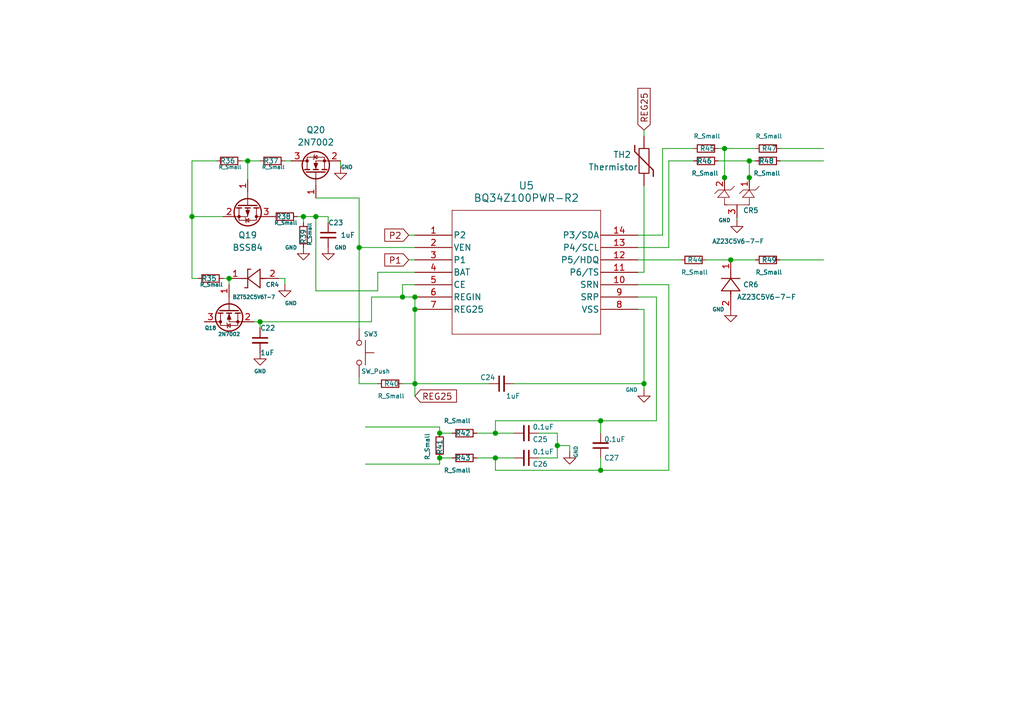
<source format=kicad_sch>
(kicad_sch
	(version 20250114)
	(generator "eeschema")
	(generator_version "9.0")
	(uuid "cba51f40-5731-4702-99b8-2ccc064476fa")
	(paper "A5")
	(title_block
		(title "BAttery Management System - Fuel Gauge Controller")
		(date "2025-04-12")
		(rev "0.0.1")
		(company "Portland State University")
		(comment 1 "Fernando Custodio, Tyler Tran")
		(comment 2 "Daniel Anishchenko, Cuauhtemoc Gomez, Cody Reid")
		(comment 3 "Capstone - Team #6")
	)
	(lib_symbols
		(symbol "AZ23C5V6-7-F:AZ23C5V6-7-F"
			(pin_names
				(offset 0.254)
			)
			(exclude_from_sim no)
			(in_bom yes)
			(on_board yes)
			(property "Reference" "CR2"
				(at 1.27 -3.81 90)
				(effects
					(font
						(size 1.016 1.016)
					)
					(justify right)
				)
			)
			(property "Value" "AZ23C5V6-7-F"
				(at -5.08 2.54 90)
				(effects
					(font
						(size 0.889 0.889)
					)
					(justify right)
				)
			)
			(property "Footprint" "DIODE3_AZ23C5V6-7-F_DIO"
				(at 13.208 8.382 0)
				(effects
					(font
						(size 1.27 1.27)
						(italic yes)
					)
					(hide yes)
				)
			)
			(property "Datasheet" "AZ23C5V6-7-F"
				(at 7.366 6.35 0)
				(effects
					(font
						(size 1.27 1.27)
						(italic yes)
					)
					(hide yes)
				)
			)
			(property "Description" ""
				(at 0 0 0)
				(effects
					(font
						(size 1.27 1.27)
					)
					(hide yes)
				)
			)
			(property "ki_locked" ""
				(at 0 0 0)
				(effects
					(font
						(size 1.27 1.27)
					)
				)
			)
			(property "ki_keywords" "AZ23C5V6-7-F"
				(at 0 0 0)
				(effects
					(font
						(size 1.27 1.27)
					)
					(hide yes)
				)
			)
			(property "ki_fp_filters" "DIODE3_AZ23C5V6-7-F_DIO DIODE3_AZ23C5V6-7-F_DIO-M DIODE3_AZ23C5V6-7-F_DIO-L"
				(at 0 0 0)
				(effects
					(font
						(size 1.27 1.27)
					)
					(hide yes)
				)
			)
			(symbol "AZ23C5V6-7-F_1_1"
				(polyline
					(pts
						(xy 2.413 0) (xy 2.413 -5.08)
					)
					(stroke
						(width 0.127)
						(type solid)
					)
					(fill
						(type none)
					)
				)
				(polyline
					(pts
						(xy 2.413 -2.54) (xy 2.159 -2.54)
					)
					(stroke
						(width 0.127)
						(type solid)
					)
					(fill
						(type none)
					)
				)
				(polyline
					(pts
						(xy 2.54 0) (xy 3.81 0)
					)
					(stroke
						(width 0.127)
						(type solid)
					)
					(fill
						(type none)
					)
				)
				(polyline
					(pts
						(xy 2.54 -5.08) (xy 3.81 -5.08)
					)
					(stroke
						(width 0.127)
						(type solid)
					)
					(fill
						(type none)
					)
				)
				(polyline
					(pts
						(xy 2.667 0) (xy 2.413 0) (xy 2.413 -0.508)
					)
					(stroke
						(width 0.127)
						(type solid)
					)
					(fill
						(type none)
					)
				)
				(polyline
					(pts
						(xy 2.667 -5.08) (xy 2.413 -5.08) (xy 2.413 -4.826)
					)
					(stroke
						(width 0.127)
						(type solid)
					)
					(fill
						(type none)
					)
				)
				(polyline
					(pts
						(xy 3.937 1.397) (xy 3.937 -1.016)
					)
					(stroke
						(width 0.127)
						(type solid)
					)
					(fill
						(type none)
					)
				)
				(polyline
					(pts
						(xy 3.937 -1.016) (xy 5.461 0)
					)
					(stroke
						(width 0.127)
						(type solid)
					)
					(fill
						(type none)
					)
				)
				(polyline
					(pts
						(xy 3.937 -3.683) (xy 3.937 -6.096)
					)
					(stroke
						(width 0.127)
						(type solid)
					)
					(fill
						(type none)
					)
				)
				(polyline
					(pts
						(xy 3.937 -6.096) (xy 5.461 -5.08)
					)
					(stroke
						(width 0.127)
						(type solid)
					)
					(fill
						(type none)
					)
				)
				(polyline
					(pts
						(xy 5.461 1.27) (xy 4.699 2.032)
					)
					(stroke
						(width 0.127)
						(type solid)
					)
					(fill
						(type none)
					)
				)
				(polyline
					(pts
						(xy 5.461 0) (xy 3.937 1.397)
					)
					(stroke
						(width 0.127)
						(type solid)
					)
					(fill
						(type none)
					)
				)
				(polyline
					(pts
						(xy 5.461 -1.27) (xy 5.461 1.27)
					)
					(stroke
						(width 0.127)
						(type solid)
					)
					(fill
						(type none)
					)
				)
				(polyline
					(pts
						(xy 5.461 -1.27) (xy 6.223 -2.032)
					)
					(stroke
						(width 0.127)
						(type solid)
					)
					(fill
						(type none)
					)
				)
				(polyline
					(pts
						(xy 5.461 -3.81) (xy 4.699 -3.048)
					)
					(stroke
						(width 0.127)
						(type solid)
					)
					(fill
						(type none)
					)
				)
				(polyline
					(pts
						(xy 5.461 -5.08) (xy 3.937 -3.683)
					)
					(stroke
						(width 0.127)
						(type solid)
					)
					(fill
						(type none)
					)
				)
				(polyline
					(pts
						(xy 5.461 -6.35) (xy 5.461 -3.81)
					)
					(stroke
						(width 0.127)
						(type solid)
					)
					(fill
						(type none)
					)
				)
				(polyline
					(pts
						(xy 5.461 -6.35) (xy 6.223 -7.112)
					)
					(stroke
						(width 0.127)
						(type solid)
					)
					(fill
						(type none)
					)
				)
				(pin unspecified line
					(at -0.254 -2.54 0)
					(length 2.54)
					(name ""
						(effects
							(font
								(size 1.27 1.27)
							)
						)
					)
					(number "3"
						(effects
							(font
								(size 1.27 1.27)
							)
						)
					)
				)
				(pin unspecified line
					(at 8.001 0 180)
					(length 2.54)
					(name ""
						(effects
							(font
								(size 1.27 1.27)
							)
						)
					)
					(number "2"
						(effects
							(font
								(size 1.27 1.27)
							)
						)
					)
				)
				(pin unspecified line
					(at 8.001 -5.08 180)
					(length 2.54)
					(name ""
						(effects
							(font
								(size 1.27 1.27)
							)
						)
					)
					(number "1"
						(effects
							(font
								(size 1.27 1.27)
							)
						)
					)
				)
			)
			(symbol "AZ23C5V6-7-F_1_2"
				(polyline
					(pts
						(xy -1.905 3.81) (xy 1.905 3.81)
					)
					(stroke
						(width 0.2032)
						(type default)
					)
					(fill
						(type none)
					)
				)
				(polyline
					(pts
						(xy 0 6.35) (xy -1.905 3.81)
					)
					(stroke
						(width 0.2032)
						(type default)
					)
					(fill
						(type none)
					)
				)
				(polyline
					(pts
						(xy 0 6.35) (xy 0 7.62)
					)
					(stroke
						(width 0.2032)
						(type default)
					)
					(fill
						(type none)
					)
				)
				(polyline
					(pts
						(xy 0 3.175) (xy 0 3.81)
					)
					(stroke
						(width 0.2032)
						(type default)
					)
					(fill
						(type none)
					)
				)
				(polyline
					(pts
						(xy 0 2.54) (xy 0 3.4798)
					)
					(stroke
						(width 0.2032)
						(type default)
					)
					(fill
						(type none)
					)
				)
				(polyline
					(pts
						(xy 1.905 6.35) (xy -1.905 6.35)
					)
					(stroke
						(width 0.2032)
						(type default)
					)
					(fill
						(type none)
					)
				)
				(polyline
					(pts
						(xy 1.905 3.81) (xy 0 6.35)
					)
					(stroke
						(width 0.2032)
						(type default)
					)
					(fill
						(type none)
					)
				)
				(pin unspecified line
					(at 0 10.16 270)
					(length 2.54)
					(name ""
						(effects
							(font
								(size 1.27 1.27)
							)
						)
					)
					(number "1"
						(effects
							(font
								(size 1.27 1.27)
							)
						)
					)
				)
				(pin unspecified line
					(at 0 0 90)
					(length 2.54)
					(name ""
						(effects
							(font
								(size 1.27 1.27)
							)
						)
					)
					(number "2"
						(effects
							(font
								(size 1.27 1.27)
							)
						)
					)
				)
			)
			(embedded_fonts no)
		)
		(symbol "AZ23C5V6-7-F_1"
			(pin_names
				(offset 0.254)
			)
			(exclude_from_sim no)
			(in_bom yes)
			(on_board yes)
			(property "Reference" "CR"
				(at 5.08 4.445 0)
				(effects
					(font
						(size 1.524 1.524)
					)
				)
			)
			(property "Value" "AZ23C5V6-7-F"
				(at 5.08 -3.81 0)
				(effects
					(font
						(size 1.524 1.524)
					)
				)
			)
			(property "Footprint" "DIODE3_AZ23C5V6-7-F_DIO"
				(at 0 0 0)
				(effects
					(font
						(size 1.27 1.27)
						(italic yes)
					)
					(hide yes)
				)
			)
			(property "Datasheet" "AZ23C5V6-7-F"
				(at 0 0 0)
				(effects
					(font
						(size 1.27 1.27)
						(italic yes)
					)
					(hide yes)
				)
			)
			(property "Description" ""
				(at 0 0 0)
				(effects
					(font
						(size 1.27 1.27)
					)
					(hide yes)
				)
			)
			(property "ki_locked" ""
				(at 0 0 0)
				(effects
					(font
						(size 1.27 1.27)
					)
				)
			)
			(property "ki_keywords" "AZ23C5V6-7-F"
				(at 0 0 0)
				(effects
					(font
						(size 1.27 1.27)
					)
					(hide yes)
				)
			)
			(property "ki_fp_filters" "DIODE3_AZ23C5V6-7-F_DIO DIODE3_AZ23C5V6-7-F_DIO-M DIODE3_AZ23C5V6-7-F_DIO-L"
				(at 0 0 0)
				(effects
					(font
						(size 1.27 1.27)
					)
					(hide yes)
				)
			)
			(symbol "AZ23C5V6-7-F_1_1_1"
				(polyline
					(pts
						(xy 2.54 0) (xy 3.4798 0)
					)
					(stroke
						(width 0.2032)
						(type default)
					)
					(fill
						(type none)
					)
				)
				(polyline
					(pts
						(xy 3.175 0) (xy 3.81 0)
					)
					(stroke
						(width 0.2032)
						(type default)
					)
					(fill
						(type none)
					)
				)
				(polyline
					(pts
						(xy 3.81 1.905) (xy 3.81 -1.905)
					)
					(stroke
						(width 0.2032)
						(type default)
					)
					(fill
						(type none)
					)
				)
				(polyline
					(pts
						(xy 3.81 -1.905) (xy 6.35 0)
					)
					(stroke
						(width 0.2032)
						(type default)
					)
					(fill
						(type none)
					)
				)
				(polyline
					(pts
						(xy 6.35 0) (xy 3.81 1.905)
					)
					(stroke
						(width 0.2032)
						(type default)
					)
					(fill
						(type none)
					)
				)
				(polyline
					(pts
						(xy 6.35 0) (xy 7.62 0)
					)
					(stroke
						(width 0.2032)
						(type default)
					)
					(fill
						(type none)
					)
				)
				(polyline
					(pts
						(xy 6.35 -1.905) (xy 6.35 1.905)
					)
					(stroke
						(width 0.2032)
						(type default)
					)
					(fill
						(type none)
					)
				)
				(pin unspecified line
					(at 0 0 0)
					(length 2.54)
					(name ""
						(effects
							(font
								(size 1.27 1.27)
							)
						)
					)
					(number "2"
						(effects
							(font
								(size 1.27 1.27)
							)
						)
					)
				)
				(pin unspecified line
					(at 10.16 0 180)
					(length 2.54)
					(name ""
						(effects
							(font
								(size 1.27 1.27)
							)
						)
					)
					(number "1"
						(effects
							(font
								(size 1.27 1.27)
							)
						)
					)
				)
			)
			(symbol "AZ23C5V6-7-F_1_1_2"
				(polyline
					(pts
						(xy -1.905 3.81) (xy 1.905 3.81)
					)
					(stroke
						(width 0.2032)
						(type default)
					)
					(fill
						(type none)
					)
				)
				(polyline
					(pts
						(xy 0 6.35) (xy -1.905 3.81)
					)
					(stroke
						(width 0.2032)
						(type default)
					)
					(fill
						(type none)
					)
				)
				(polyline
					(pts
						(xy 0 6.35) (xy 0 7.62)
					)
					(stroke
						(width 0.2032)
						(type default)
					)
					(fill
						(type none)
					)
				)
				(polyline
					(pts
						(xy 0 3.175) (xy 0 3.81)
					)
					(stroke
						(width 0.2032)
						(type default)
					)
					(fill
						(type none)
					)
				)
				(polyline
					(pts
						(xy 0 2.54) (xy 0 3.4798)
					)
					(stroke
						(width 0.2032)
						(type default)
					)
					(fill
						(type none)
					)
				)
				(polyline
					(pts
						(xy 1.905 6.35) (xy -1.905 6.35)
					)
					(stroke
						(width 0.2032)
						(type default)
					)
					(fill
						(type none)
					)
				)
				(polyline
					(pts
						(xy 1.905 3.81) (xy 0 6.35)
					)
					(stroke
						(width 0.2032)
						(type default)
					)
					(fill
						(type none)
					)
				)
				(pin unspecified line
					(at 0 10.16 270)
					(length 2.54)
					(name ""
						(effects
							(font
								(size 1.27 1.27)
							)
						)
					)
					(number "1"
						(effects
							(font
								(size 1.27 1.27)
							)
						)
					)
				)
				(pin unspecified line
					(at 0 0 90)
					(length 2.54)
					(name ""
						(effects
							(font
								(size 1.27 1.27)
							)
						)
					)
					(number "2"
						(effects
							(font
								(size 1.27 1.27)
							)
						)
					)
				)
			)
			(embedded_fonts no)
		)
		(symbol "BQ34Z100PWR-R2:BQ34Z100PWR-R2"
			(pin_names
				(offset 0.254)
			)
			(exclude_from_sim no)
			(in_bom yes)
			(on_board yes)
			(property "Reference" "U"
				(at 22.86 10.16 0)
				(effects
					(font
						(size 1.524 1.524)
					)
				)
			)
			(property "Value" "BQ34Z100PWR-R2"
				(at 22.86 7.62 0)
				(effects
					(font
						(size 1.524 1.524)
					)
				)
			)
			(property "Footprint" "PW14_TEX"
				(at 0 0 0)
				(effects
					(font
						(size 1.27 1.27)
						(italic yes)
					)
					(hide yes)
				)
			)
			(property "Datasheet" "BQ34Z100PWR-R2"
				(at 0 0 0)
				(effects
					(font
						(size 1.27 1.27)
						(italic yes)
					)
					(hide yes)
				)
			)
			(property "Description" ""
				(at 0 0 0)
				(effects
					(font
						(size 1.27 1.27)
					)
					(hide yes)
				)
			)
			(property "ki_locked" ""
				(at 0 0 0)
				(effects
					(font
						(size 1.27 1.27)
					)
				)
			)
			(property "ki_keywords" "BQ34Z100PWR-R2"
				(at 0 0 0)
				(effects
					(font
						(size 1.27 1.27)
					)
					(hide yes)
				)
			)
			(property "ki_fp_filters" "PW14_TEX PW14_TEX-M PW14_TEX-L"
				(at 0 0 0)
				(effects
					(font
						(size 1.27 1.27)
					)
					(hide yes)
				)
			)
			(symbol "BQ34Z100PWR-R2_0_1"
				(polyline
					(pts
						(xy 7.62 5.08) (xy 7.62 -20.32)
					)
					(stroke
						(width 0.127)
						(type default)
					)
					(fill
						(type none)
					)
				)
				(polyline
					(pts
						(xy 7.62 -20.32) (xy 38.1 -20.32)
					)
					(stroke
						(width 0.127)
						(type default)
					)
					(fill
						(type none)
					)
				)
				(polyline
					(pts
						(xy 38.1 5.08) (xy 7.62 5.08)
					)
					(stroke
						(width 0.127)
						(type default)
					)
					(fill
						(type none)
					)
				)
				(polyline
					(pts
						(xy 38.1 -20.32) (xy 38.1 5.08)
					)
					(stroke
						(width 0.127)
						(type default)
					)
					(fill
						(type none)
					)
				)
				(pin output line
					(at 0 0 0)
					(length 7.62)
					(name "P2"
						(effects
							(font
								(size 1.27 1.27)
							)
						)
					)
					(number "1"
						(effects
							(font
								(size 1.27 1.27)
							)
						)
					)
				)
				(pin output line
					(at 0 -2.54 0)
					(length 7.62)
					(name "VEN"
						(effects
							(font
								(size 1.27 1.27)
							)
						)
					)
					(number "2"
						(effects
							(font
								(size 1.27 1.27)
							)
						)
					)
				)
				(pin output line
					(at 0 -5.08 0)
					(length 7.62)
					(name "P1"
						(effects
							(font
								(size 1.27 1.27)
							)
						)
					)
					(number "3"
						(effects
							(font
								(size 1.27 1.27)
							)
						)
					)
				)
				(pin input line
					(at 0 -7.62 0)
					(length 7.62)
					(name "BAT"
						(effects
							(font
								(size 1.27 1.27)
							)
						)
					)
					(number "4"
						(effects
							(font
								(size 1.27 1.27)
							)
						)
					)
				)
				(pin input line
					(at 0 -10.16 0)
					(length 7.62)
					(name "CE"
						(effects
							(font
								(size 1.27 1.27)
							)
						)
					)
					(number "5"
						(effects
							(font
								(size 1.27 1.27)
							)
						)
					)
				)
				(pin power_in line
					(at 0 -12.7 0)
					(length 7.62)
					(name "REGIN"
						(effects
							(font
								(size 1.27 1.27)
							)
						)
					)
					(number "6"
						(effects
							(font
								(size 1.27 1.27)
							)
						)
					)
				)
				(pin power_in line
					(at 0 -15.24 0)
					(length 7.62)
					(name "REG25"
						(effects
							(font
								(size 1.27 1.27)
							)
						)
					)
					(number "7"
						(effects
							(font
								(size 1.27 1.27)
							)
						)
					)
				)
				(pin bidirectional line
					(at 45.72 0 180)
					(length 7.62)
					(name "P3/SDA"
						(effects
							(font
								(size 1.27 1.27)
							)
						)
					)
					(number "14"
						(effects
							(font
								(size 1.27 1.27)
							)
						)
					)
				)
				(pin input line
					(at 45.72 -2.54 180)
					(length 7.62)
					(name "P4/SCL"
						(effects
							(font
								(size 1.27 1.27)
							)
						)
					)
					(number "13"
						(effects
							(font
								(size 1.27 1.27)
							)
						)
					)
				)
				(pin bidirectional line
					(at 45.72 -5.08 180)
					(length 7.62)
					(name "P5/HDQ"
						(effects
							(font
								(size 1.27 1.27)
							)
						)
					)
					(number "12"
						(effects
							(font
								(size 1.27 1.27)
							)
						)
					)
				)
				(pin input line
					(at 45.72 -7.62 180)
					(length 7.62)
					(name "P6/TS"
						(effects
							(font
								(size 1.27 1.27)
							)
						)
					)
					(number "11"
						(effects
							(font
								(size 1.27 1.27)
							)
						)
					)
				)
				(pin input line
					(at 45.72 -10.16 180)
					(length 7.62)
					(name "SRN"
						(effects
							(font
								(size 1.27 1.27)
							)
						)
					)
					(number "10"
						(effects
							(font
								(size 1.27 1.27)
							)
						)
					)
				)
				(pin input line
					(at 45.72 -12.7 180)
					(length 7.62)
					(name "SRP"
						(effects
							(font
								(size 1.27 1.27)
							)
						)
					)
					(number "9"
						(effects
							(font
								(size 1.27 1.27)
							)
						)
					)
				)
				(pin power_in line
					(at 45.72 -15.24 180)
					(length 7.62)
					(name "VSS"
						(effects
							(font
								(size 1.27 1.27)
							)
						)
					)
					(number "8"
						(effects
							(font
								(size 1.27 1.27)
							)
						)
					)
				)
			)
			(embedded_fonts no)
		)
		(symbol "BZT52C5V6T:BZT52C5V6T-7"
			(pin_names
				(offset 0.254)
			)
			(exclude_from_sim no)
			(in_bom yes)
			(on_board yes)
			(property "Reference" "CR"
				(at 5.08 4.445 0)
				(effects
					(font
						(size 1.524 1.524)
					)
				)
			)
			(property "Value" "BZT52C5V6T-7"
				(at 5.08 -3.81 0)
				(effects
					(font
						(size 1.524 1.524)
					)
				)
			)
			(property "Footprint" "ZDO_SOD123_DIO"
				(at 0 0 0)
				(effects
					(font
						(size 1.27 1.27)
						(italic yes)
					)
					(hide yes)
				)
			)
			(property "Datasheet" "BZT52C5V6T-7"
				(at 0 0 0)
				(effects
					(font
						(size 1.27 1.27)
						(italic yes)
					)
					(hide yes)
				)
			)
			(property "Description" ""
				(at 0 0 0)
				(effects
					(font
						(size 1.27 1.27)
					)
					(hide yes)
				)
			)
			(property "ki_locked" ""
				(at 0 0 0)
				(effects
					(font
						(size 1.27 1.27)
					)
				)
			)
			(property "ki_keywords" "BZT52C5V6T-7"
				(at 0 0 0)
				(effects
					(font
						(size 1.27 1.27)
					)
					(hide yes)
				)
			)
			(property "ki_fp_filters" "ZDO_SOD123_DIO ZDO_SOD123_DIO-M ZDO_SOD123_DIO-L"
				(at 0 0 0)
				(effects
					(font
						(size 1.27 1.27)
					)
					(hide yes)
				)
			)
			(symbol "BZT52C5V6T-7_0_1"
				(polyline
					(pts
						(xy 2.54 0) (xy 3.4798 0)
					)
					(stroke
						(width 0.2032)
						(type default)
					)
					(fill
						(type none)
					)
				)
				(polyline
					(pts
						(xy 3.175 0) (xy 3.81 0)
					)
					(stroke
						(width 0.2032)
						(type default)
					)
					(fill
						(type none)
					)
				)
				(polyline
					(pts
						(xy 3.81 1.905) (xy 3.81 -1.905)
					)
					(stroke
						(width 0.2032)
						(type default)
					)
					(fill
						(type none)
					)
				)
				(polyline
					(pts
						(xy 3.81 -1.905) (xy 6.35 0)
					)
					(stroke
						(width 0.2032)
						(type default)
					)
					(fill
						(type none)
					)
				)
				(polyline
					(pts
						(xy 6.35 1.905) (xy 6.985 1.905)
					)
					(stroke
						(width 0.2032)
						(type default)
					)
					(fill
						(type none)
					)
				)
				(polyline
					(pts
						(xy 6.35 0) (xy 3.81 1.905)
					)
					(stroke
						(width 0.2032)
						(type default)
					)
					(fill
						(type none)
					)
				)
				(polyline
					(pts
						(xy 6.35 0) (xy 7.62 0)
					)
					(stroke
						(width 0.2032)
						(type default)
					)
					(fill
						(type none)
					)
				)
				(polyline
					(pts
						(xy 6.35 -1.905) (xy 5.715 -1.905)
					)
					(stroke
						(width 0.2032)
						(type default)
					)
					(fill
						(type none)
					)
				)
				(polyline
					(pts
						(xy 6.35 -1.905) (xy 6.35 1.905)
					)
					(stroke
						(width 0.2032)
						(type default)
					)
					(fill
						(type none)
					)
				)
				(pin unspecified line
					(at 0 0 0)
					(length 2.54)
					(name ""
						(effects
							(font
								(size 1.27 1.27)
							)
						)
					)
					(number "2"
						(effects
							(font
								(size 1.27 1.27)
							)
						)
					)
				)
				(pin unspecified line
					(at 10.16 0 180)
					(length 2.54)
					(name ""
						(effects
							(font
								(size 1.27 1.27)
							)
						)
					)
					(number "1"
						(effects
							(font
								(size 1.27 1.27)
							)
						)
					)
				)
			)
			(embedded_fonts no)
		)
		(symbol "Device:C_Small"
			(pin_numbers
				(hide yes)
			)
			(pin_names
				(offset 0.254)
				(hide yes)
			)
			(exclude_from_sim no)
			(in_bom yes)
			(on_board yes)
			(property "Reference" "C"
				(at 0.254 1.778 0)
				(effects
					(font
						(size 1.27 1.27)
					)
					(justify left)
				)
			)
			(property "Value" "C_Small"
				(at 0.254 -2.032 0)
				(effects
					(font
						(size 1.27 1.27)
					)
					(justify left)
				)
			)
			(property "Footprint" ""
				(at 0 0 0)
				(effects
					(font
						(size 1.27 1.27)
					)
					(hide yes)
				)
			)
			(property "Datasheet" "~"
				(at 0 0 0)
				(effects
					(font
						(size 1.27 1.27)
					)
					(hide yes)
				)
			)
			(property "Description" "Unpolarized capacitor, small symbol"
				(at 0 0 0)
				(effects
					(font
						(size 1.27 1.27)
					)
					(hide yes)
				)
			)
			(property "ki_keywords" "capacitor cap"
				(at 0 0 0)
				(effects
					(font
						(size 1.27 1.27)
					)
					(hide yes)
				)
			)
			(property "ki_fp_filters" "C_*"
				(at 0 0 0)
				(effects
					(font
						(size 1.27 1.27)
					)
					(hide yes)
				)
			)
			(symbol "C_Small_0_1"
				(polyline
					(pts
						(xy -1.524 0.508) (xy 1.524 0.508)
					)
					(stroke
						(width 0.3048)
						(type default)
					)
					(fill
						(type none)
					)
				)
				(polyline
					(pts
						(xy -1.524 -0.508) (xy 1.524 -0.508)
					)
					(stroke
						(width 0.3302)
						(type default)
					)
					(fill
						(type none)
					)
				)
			)
			(symbol "C_Small_1_1"
				(pin passive line
					(at 0 2.54 270)
					(length 2.032)
					(name "~"
						(effects
							(font
								(size 1.27 1.27)
							)
						)
					)
					(number "1"
						(effects
							(font
								(size 1.27 1.27)
							)
						)
					)
				)
				(pin passive line
					(at 0 -2.54 90)
					(length 2.032)
					(name "~"
						(effects
							(font
								(size 1.27 1.27)
							)
						)
					)
					(number "2"
						(effects
							(font
								(size 1.27 1.27)
							)
						)
					)
				)
			)
			(embedded_fonts no)
		)
		(symbol "Device:R_Small"
			(pin_numbers
				(hide yes)
			)
			(pin_names
				(offset 0.254)
				(hide yes)
			)
			(exclude_from_sim no)
			(in_bom yes)
			(on_board yes)
			(property "Reference" "R"
				(at 0 0 90)
				(effects
					(font
						(size 1.016 1.016)
					)
				)
			)
			(property "Value" "R_Small"
				(at 1.778 0 90)
				(effects
					(font
						(size 1.27 1.27)
					)
				)
			)
			(property "Footprint" ""
				(at 0 0 0)
				(effects
					(font
						(size 1.27 1.27)
					)
					(hide yes)
				)
			)
			(property "Datasheet" "~"
				(at 0 0 0)
				(effects
					(font
						(size 1.27 1.27)
					)
					(hide yes)
				)
			)
			(property "Description" "Resistor, small symbol"
				(at 0 0 0)
				(effects
					(font
						(size 1.27 1.27)
					)
					(hide yes)
				)
			)
			(property "ki_keywords" "R resistor"
				(at 0 0 0)
				(effects
					(font
						(size 1.27 1.27)
					)
					(hide yes)
				)
			)
			(property "ki_fp_filters" "R_*"
				(at 0 0 0)
				(effects
					(font
						(size 1.27 1.27)
					)
					(hide yes)
				)
			)
			(symbol "R_Small_0_1"
				(rectangle
					(start -0.762 1.778)
					(end 0.762 -1.778)
					(stroke
						(width 0.2032)
						(type default)
					)
					(fill
						(type none)
					)
				)
			)
			(symbol "R_Small_1_1"
				(pin passive line
					(at 0 2.54 270)
					(length 0.762)
					(name "~"
						(effects
							(font
								(size 1.27 1.27)
							)
						)
					)
					(number "1"
						(effects
							(font
								(size 1.27 1.27)
							)
						)
					)
				)
				(pin passive line
					(at 0 -2.54 90)
					(length 0.762)
					(name "~"
						(effects
							(font
								(size 1.27 1.27)
							)
						)
					)
					(number "2"
						(effects
							(font
								(size 1.27 1.27)
							)
						)
					)
				)
			)
			(embedded_fonts no)
		)
		(symbol "Device:Thermistor"
			(pin_numbers
				(hide yes)
			)
			(pin_names
				(offset 0)
			)
			(exclude_from_sim no)
			(in_bom yes)
			(on_board yes)
			(property "Reference" "TH"
				(at 2.54 1.27 90)
				(effects
					(font
						(size 1.27 1.27)
					)
				)
			)
			(property "Value" "Thermistor"
				(at -2.54 0 90)
				(effects
					(font
						(size 1.27 1.27)
					)
					(justify bottom)
				)
			)
			(property "Footprint" ""
				(at 0 0 0)
				(effects
					(font
						(size 1.27 1.27)
					)
					(hide yes)
				)
			)
			(property "Datasheet" "~"
				(at 0 0 0)
				(effects
					(font
						(size 1.27 1.27)
					)
					(hide yes)
				)
			)
			(property "Description" "Temperature dependent resistor"
				(at 0 0 0)
				(effects
					(font
						(size 1.27 1.27)
					)
					(hide yes)
				)
			)
			(property "ki_keywords" "R res thermistor"
				(at 0 0 0)
				(effects
					(font
						(size 1.27 1.27)
					)
					(hide yes)
				)
			)
			(property "ki_fp_filters" "R_*"
				(at 0 0 0)
				(effects
					(font
						(size 1.27 1.27)
					)
					(hide yes)
				)
			)
			(symbol "Thermistor_0_1"
				(polyline
					(pts
						(xy -1.905 3.175) (xy -1.905 1.905) (xy 1.905 -1.905) (xy 1.905 -3.175) (xy 1.905 -3.175)
					)
					(stroke
						(width 0.254)
						(type default)
					)
					(fill
						(type none)
					)
				)
				(rectangle
					(start -1.016 2.54)
					(end 1.016 -2.54)
					(stroke
						(width 0.2032)
						(type default)
					)
					(fill
						(type none)
					)
				)
			)
			(symbol "Thermistor_1_1"
				(pin passive line
					(at 0 5.08 270)
					(length 2.54)
					(name "~"
						(effects
							(font
								(size 1.27 1.27)
							)
						)
					)
					(number "1"
						(effects
							(font
								(size 1.27 1.27)
							)
						)
					)
				)
				(pin passive line
					(at 0 -5.08 90)
					(length 2.54)
					(name "~"
						(effects
							(font
								(size 1.27 1.27)
							)
						)
					)
					(number "2"
						(effects
							(font
								(size 1.27 1.27)
							)
						)
					)
				)
			)
			(embedded_fonts no)
		)
		(symbol "Switch:SW_Push"
			(pin_numbers
				(hide yes)
			)
			(pin_names
				(offset 1.016)
				(hide yes)
			)
			(exclude_from_sim no)
			(in_bom yes)
			(on_board yes)
			(property "Reference" "SW"
				(at 1.27 2.54 0)
				(effects
					(font
						(size 1.27 1.27)
					)
					(justify left)
				)
			)
			(property "Value" "SW_Push"
				(at 0 -1.524 0)
				(effects
					(font
						(size 1.27 1.27)
					)
				)
			)
			(property "Footprint" ""
				(at 0 5.08 0)
				(effects
					(font
						(size 1.27 1.27)
					)
					(hide yes)
				)
			)
			(property "Datasheet" "~"
				(at 0 5.08 0)
				(effects
					(font
						(size 1.27 1.27)
					)
					(hide yes)
				)
			)
			(property "Description" "Push button switch, generic, two pins"
				(at 0 0 0)
				(effects
					(font
						(size 1.27 1.27)
					)
					(hide yes)
				)
			)
			(property "ki_keywords" "switch normally-open pushbutton push-button"
				(at 0 0 0)
				(effects
					(font
						(size 1.27 1.27)
					)
					(hide yes)
				)
			)
			(symbol "SW_Push_0_1"
				(circle
					(center -2.032 0)
					(radius 0.508)
					(stroke
						(width 0)
						(type default)
					)
					(fill
						(type none)
					)
				)
				(polyline
					(pts
						(xy 0 1.27) (xy 0 3.048)
					)
					(stroke
						(width 0)
						(type default)
					)
					(fill
						(type none)
					)
				)
				(circle
					(center 2.032 0)
					(radius 0.508)
					(stroke
						(width 0)
						(type default)
					)
					(fill
						(type none)
					)
				)
				(polyline
					(pts
						(xy 2.54 1.27) (xy -2.54 1.27)
					)
					(stroke
						(width 0)
						(type default)
					)
					(fill
						(type none)
					)
				)
				(pin passive line
					(at -5.08 0 0)
					(length 2.54)
					(name "1"
						(effects
							(font
								(size 1.27 1.27)
							)
						)
					)
					(number "1"
						(effects
							(font
								(size 1.27 1.27)
							)
						)
					)
				)
				(pin passive line
					(at 5.08 0 180)
					(length 2.54)
					(name "2"
						(effects
							(font
								(size 1.27 1.27)
							)
						)
					)
					(number "2"
						(effects
							(font
								(size 1.27 1.27)
							)
						)
					)
				)
			)
			(embedded_fonts no)
		)
		(symbol "Transistor_FET:2N7002"
			(pin_names
				(hide yes)
			)
			(exclude_from_sim no)
			(in_bom yes)
			(on_board yes)
			(property "Reference" "Q"
				(at 5.08 1.905 0)
				(effects
					(font
						(size 1.27 1.27)
					)
					(justify left)
				)
			)
			(property "Value" "2N7002"
				(at 5.08 0 0)
				(effects
					(font
						(size 1.27 1.27)
					)
					(justify left)
				)
			)
			(property "Footprint" "Package_TO_SOT_SMD:SOT-23"
				(at 5.08 -1.905 0)
				(effects
					(font
						(size 1.27 1.27)
						(italic yes)
					)
					(justify left)
					(hide yes)
				)
			)
			(property "Datasheet" "https://www.onsemi.com/pub/Collateral/NDS7002A-D.PDF"
				(at 5.08 -3.81 0)
				(effects
					(font
						(size 1.27 1.27)
					)
					(justify left)
					(hide yes)
				)
			)
			(property "Description" "0.115A Id, 60V Vds, N-Channel MOSFET, SOT-23"
				(at 0 0 0)
				(effects
					(font
						(size 1.27 1.27)
					)
					(hide yes)
				)
			)
			(property "ki_keywords" "N-Channel Switching MOSFET"
				(at 0 0 0)
				(effects
					(font
						(size 1.27 1.27)
					)
					(hide yes)
				)
			)
			(property "ki_fp_filters" "SOT?23*"
				(at 0 0 0)
				(effects
					(font
						(size 1.27 1.27)
					)
					(hide yes)
				)
			)
			(symbol "2N7002_0_1"
				(polyline
					(pts
						(xy 0.254 1.905) (xy 0.254 -1.905)
					)
					(stroke
						(width 0.254)
						(type default)
					)
					(fill
						(type none)
					)
				)
				(polyline
					(pts
						(xy 0.254 0) (xy -2.54 0)
					)
					(stroke
						(width 0)
						(type default)
					)
					(fill
						(type none)
					)
				)
				(polyline
					(pts
						(xy 0.762 2.286) (xy 0.762 1.27)
					)
					(stroke
						(width 0.254)
						(type default)
					)
					(fill
						(type none)
					)
				)
				(polyline
					(pts
						(xy 0.762 0.508) (xy 0.762 -0.508)
					)
					(stroke
						(width 0.254)
						(type default)
					)
					(fill
						(type none)
					)
				)
				(polyline
					(pts
						(xy 0.762 -1.27) (xy 0.762 -2.286)
					)
					(stroke
						(width 0.254)
						(type default)
					)
					(fill
						(type none)
					)
				)
				(polyline
					(pts
						(xy 0.762 -1.778) (xy 3.302 -1.778) (xy 3.302 1.778) (xy 0.762 1.778)
					)
					(stroke
						(width 0)
						(type default)
					)
					(fill
						(type none)
					)
				)
				(polyline
					(pts
						(xy 1.016 0) (xy 2.032 0.381) (xy 2.032 -0.381) (xy 1.016 0)
					)
					(stroke
						(width 0)
						(type default)
					)
					(fill
						(type outline)
					)
				)
				(circle
					(center 1.651 0)
					(radius 2.794)
					(stroke
						(width 0.254)
						(type default)
					)
					(fill
						(type none)
					)
				)
				(polyline
					(pts
						(xy 2.54 2.54) (xy 2.54 1.778)
					)
					(stroke
						(width 0)
						(type default)
					)
					(fill
						(type none)
					)
				)
				(circle
					(center 2.54 1.778)
					(radius 0.254)
					(stroke
						(width 0)
						(type default)
					)
					(fill
						(type outline)
					)
				)
				(circle
					(center 2.54 -1.778)
					(radius 0.254)
					(stroke
						(width 0)
						(type default)
					)
					(fill
						(type outline)
					)
				)
				(polyline
					(pts
						(xy 2.54 -2.54) (xy 2.54 0) (xy 0.762 0)
					)
					(stroke
						(width 0)
						(type default)
					)
					(fill
						(type none)
					)
				)
				(polyline
					(pts
						(xy 2.794 0.508) (xy 2.921 0.381) (xy 3.683 0.381) (xy 3.81 0.254)
					)
					(stroke
						(width 0)
						(type default)
					)
					(fill
						(type none)
					)
				)
				(polyline
					(pts
						(xy 3.302 0.381) (xy 2.921 -0.254) (xy 3.683 -0.254) (xy 3.302 0.381)
					)
					(stroke
						(width 0)
						(type default)
					)
					(fill
						(type none)
					)
				)
			)
			(symbol "2N7002_1_1"
				(pin input line
					(at -5.08 0 0)
					(length 2.54)
					(name "G"
						(effects
							(font
								(size 1.27 1.27)
							)
						)
					)
					(number "1"
						(effects
							(font
								(size 1.27 1.27)
							)
						)
					)
				)
				(pin passive line
					(at 2.54 5.08 270)
					(length 2.54)
					(name "D"
						(effects
							(font
								(size 1.27 1.27)
							)
						)
					)
					(number "3"
						(effects
							(font
								(size 1.27 1.27)
							)
						)
					)
				)
				(pin passive line
					(at 2.54 -5.08 90)
					(length 2.54)
					(name "S"
						(effects
							(font
								(size 1.27 1.27)
							)
						)
					)
					(number "2"
						(effects
							(font
								(size 1.27 1.27)
							)
						)
					)
				)
			)
			(embedded_fonts no)
		)
		(symbol "Transistor_FET:BSS84"
			(pin_names
				(hide yes)
			)
			(exclude_from_sim no)
			(in_bom yes)
			(on_board yes)
			(property "Reference" "Q"
				(at 5.08 1.905 0)
				(effects
					(font
						(size 1.27 1.27)
					)
					(justify left)
				)
			)
			(property "Value" "BSS84"
				(at 5.08 0 0)
				(effects
					(font
						(size 1.27 1.27)
					)
					(justify left)
				)
			)
			(property "Footprint" "Package_TO_SOT_SMD:SOT-23"
				(at 5.08 -1.905 0)
				(effects
					(font
						(size 1.27 1.27)
						(italic yes)
					)
					(justify left)
					(hide yes)
				)
			)
			(property "Datasheet" "http://assets.nexperia.com/documents/data-sheet/BSS84.pdf"
				(at 5.08 -3.81 0)
				(effects
					(font
						(size 1.27 1.27)
					)
					(justify left)
					(hide yes)
				)
			)
			(property "Description" "-0.13A Id, -50V Vds, P-Channel MOSFET, SOT-23"
				(at 0 0 0)
				(effects
					(font
						(size 1.27 1.27)
					)
					(hide yes)
				)
			)
			(property "ki_keywords" "P-Channel MOSFET"
				(at 0 0 0)
				(effects
					(font
						(size 1.27 1.27)
					)
					(hide yes)
				)
			)
			(property "ki_fp_filters" "SOT?23*"
				(at 0 0 0)
				(effects
					(font
						(size 1.27 1.27)
					)
					(hide yes)
				)
			)
			(symbol "BSS84_0_1"
				(polyline
					(pts
						(xy 0.254 1.905) (xy 0.254 -1.905)
					)
					(stroke
						(width 0.254)
						(type default)
					)
					(fill
						(type none)
					)
				)
				(polyline
					(pts
						(xy 0.254 0) (xy -2.54 0)
					)
					(stroke
						(width 0)
						(type default)
					)
					(fill
						(type none)
					)
				)
				(polyline
					(pts
						(xy 0.762 2.286) (xy 0.762 1.27)
					)
					(stroke
						(width 0.254)
						(type default)
					)
					(fill
						(type none)
					)
				)
				(polyline
					(pts
						(xy 0.762 1.778) (xy 3.302 1.778) (xy 3.302 -1.778) (xy 0.762 -1.778)
					)
					(stroke
						(width 0)
						(type default)
					)
					(fill
						(type none)
					)
				)
				(polyline
					(pts
						(xy 0.762 0.508) (xy 0.762 -0.508)
					)
					(stroke
						(width 0.254)
						(type default)
					)
					(fill
						(type none)
					)
				)
				(polyline
					(pts
						(xy 0.762 -1.27) (xy 0.762 -2.286)
					)
					(stroke
						(width 0.254)
						(type default)
					)
					(fill
						(type none)
					)
				)
				(circle
					(center 1.651 0)
					(radius 2.794)
					(stroke
						(width 0.254)
						(type default)
					)
					(fill
						(type none)
					)
				)
				(polyline
					(pts
						(xy 2.286 0) (xy 1.27 0.381) (xy 1.27 -0.381) (xy 2.286 0)
					)
					(stroke
						(width 0)
						(type default)
					)
					(fill
						(type outline)
					)
				)
				(polyline
					(pts
						(xy 2.54 2.54) (xy 2.54 1.778)
					)
					(stroke
						(width 0)
						(type default)
					)
					(fill
						(type none)
					)
				)
				(circle
					(center 2.54 1.778)
					(radius 0.254)
					(stroke
						(width 0)
						(type default)
					)
					(fill
						(type outline)
					)
				)
				(circle
					(center 2.54 -1.778)
					(radius 0.254)
					(stroke
						(width 0)
						(type default)
					)
					(fill
						(type outline)
					)
				)
				(polyline
					(pts
						(xy 2.54 -2.54) (xy 2.54 0) (xy 0.762 0)
					)
					(stroke
						(width 0)
						(type default)
					)
					(fill
						(type none)
					)
				)
				(polyline
					(pts
						(xy 2.794 -0.508) (xy 2.921 -0.381) (xy 3.683 -0.381) (xy 3.81 -0.254)
					)
					(stroke
						(width 0)
						(type default)
					)
					(fill
						(type none)
					)
				)
				(polyline
					(pts
						(xy 3.302 -0.381) (xy 2.921 0.254) (xy 3.683 0.254) (xy 3.302 -0.381)
					)
					(stroke
						(width 0)
						(type default)
					)
					(fill
						(type none)
					)
				)
			)
			(symbol "BSS84_1_1"
				(pin input line
					(at -5.08 0 0)
					(length 2.54)
					(name "G"
						(effects
							(font
								(size 1.27 1.27)
							)
						)
					)
					(number "1"
						(effects
							(font
								(size 1.27 1.27)
							)
						)
					)
				)
				(pin passive line
					(at 2.54 5.08 270)
					(length 2.54)
					(name "D"
						(effects
							(font
								(size 1.27 1.27)
							)
						)
					)
					(number "3"
						(effects
							(font
								(size 1.27 1.27)
							)
						)
					)
				)
				(pin passive line
					(at 2.54 -5.08 90)
					(length 2.54)
					(name "S"
						(effects
							(font
								(size 1.27 1.27)
							)
						)
					)
					(number "2"
						(effects
							(font
								(size 1.27 1.27)
							)
						)
					)
				)
			)
			(embedded_fonts no)
		)
		(symbol "power:GND"
			(power)
			(pin_numbers
				(hide yes)
			)
			(pin_names
				(offset 0)
				(hide yes)
			)
			(exclude_from_sim no)
			(in_bom yes)
			(on_board yes)
			(property "Reference" "#PWR"
				(at 0 -6.35 0)
				(effects
					(font
						(size 1.27 1.27)
					)
					(hide yes)
				)
			)
			(property "Value" "GND"
				(at 0 -3.81 0)
				(effects
					(font
						(size 1.27 1.27)
					)
				)
			)
			(property "Footprint" ""
				(at 0 0 0)
				(effects
					(font
						(size 1.27 1.27)
					)
					(hide yes)
				)
			)
			(property "Datasheet" ""
				(at 0 0 0)
				(effects
					(font
						(size 1.27 1.27)
					)
					(hide yes)
				)
			)
			(property "Description" "Power symbol creates a global label with name \"GND\" , ground"
				(at 0 0 0)
				(effects
					(font
						(size 1.27 1.27)
					)
					(hide yes)
				)
			)
			(property "ki_keywords" "global power"
				(at 0 0 0)
				(effects
					(font
						(size 1.27 1.27)
					)
					(hide yes)
				)
			)
			(symbol "GND_0_1"
				(polyline
					(pts
						(xy 0 0) (xy 0 -1.27) (xy 1.27 -1.27) (xy 0 -2.54) (xy -1.27 -1.27) (xy 0 -1.27)
					)
					(stroke
						(width 0)
						(type default)
					)
					(fill
						(type none)
					)
				)
			)
			(symbol "GND_1_1"
				(pin power_in line
					(at 0 0 270)
					(length 0)
					(name "~"
						(effects
							(font
								(size 1.27 1.27)
							)
						)
					)
					(number "1"
						(effects
							(font
								(size 1.27 1.27)
							)
						)
					)
				)
			)
			(embedded_fonts no)
		)
	)
	(junction
		(at 153.67 33.02)
		(diameter 0)
		(color 0 0 0 0)
		(uuid "00296819-f42e-4eda-837b-6f8c3ea04763")
	)
	(junction
		(at 153.67 36.449)
		(diameter 0)
		(color 0 0 0 0)
		(uuid "14d621d9-6d04-41fa-bade-cd431355f67f")
	)
	(junction
		(at 64.77 44.45)
		(diameter 0)
		(color 0 0 0 0)
		(uuid "1f0e16e3-a644-44ef-a020-e46325339e41")
	)
	(junction
		(at 101.6 88.9)
		(diameter 0)
		(color 0 0 0 0)
		(uuid "22227b44-85de-47cc-b0a2-7823ced136db")
	)
	(junction
		(at 53.34 66.04)
		(diameter 0)
		(color 0 0 0 0)
		(uuid "26b67bd8-09a2-4a8a-b2d5-a36e927cbbaa")
	)
	(junction
		(at 149.86 53.34)
		(diameter 0)
		(color 0 0 0 0)
		(uuid "39e903ec-f29b-4eca-b5ac-0478d641913d")
	)
	(junction
		(at 50.8 33.02)
		(diameter 0)
		(color 0 0 0 0)
		(uuid "3d4ab005-8e09-4916-ad50-b3b3cc28291f")
	)
	(junction
		(at 85.09 60.96)
		(diameter 0)
		(color 0 0 0 0)
		(uuid "58b4fed9-f8cc-49f3-9447-8cb878b5098d")
	)
	(junction
		(at 123.19 96.52)
		(diameter 0)
		(color 0 0 0 0)
		(uuid "642e7b8a-45df-48c7-a741-10b97d5345e5")
	)
	(junction
		(at 82.55 60.96)
		(diameter 0)
		(color 0 0 0 0)
		(uuid "7271ed85-088d-4a54-85e4-90b1b696c291")
	)
	(junction
		(at 90.17 93.98)
		(diameter 0)
		(color 0 0 0 0)
		(uuid "80736bcd-46d9-4858-a576-1e865e86b939")
	)
	(junction
		(at 73.66 50.8)
		(diameter 0)
		(color 0 0 0 0)
		(uuid "89c36928-1994-42a6-a8b5-150fb4a222b3")
	)
	(junction
		(at 85.09 63.5)
		(diameter 0)
		(color 0 0 0 0)
		(uuid "8c34b95f-76e6-4e8b-9092-9ca67b4d77fc")
	)
	(junction
		(at 148.59 30.48)
		(diameter 0)
		(color 0 0 0 0)
		(uuid "98b459e3-f774-4542-a05f-740022d662c2")
	)
	(junction
		(at 62.23 44.45)
		(diameter 0)
		(color 0 0 0 0)
		(uuid "9c0d5487-60e8-4a4b-a054-398973a5c0d8")
	)
	(junction
		(at 148.59 36.449)
		(diameter 0)
		(color 0 0 0 0)
		(uuid "a69c9357-fa92-45d5-bce4-2f3bb777cb63")
	)
	(junction
		(at 132.08 78.74)
		(diameter 0)
		(color 0 0 0 0)
		(uuid "ac29c29f-c545-4665-9b07-8332d78752bd")
	)
	(junction
		(at 39.37 44.45)
		(diameter 0)
		(color 0 0 0 0)
		(uuid "ba660c15-a1d8-4999-878b-99b06a32c241")
	)
	(junction
		(at 46.99 57.15)
		(diameter 0)
		(color 0 0 0 0)
		(uuid "d136a62b-5add-42cd-8bee-a5c7df49f15b")
	)
	(junction
		(at 101.6 93.98)
		(diameter 0)
		(color 0 0 0 0)
		(uuid "d7761066-2d0b-460c-99a8-253f3b0b5490")
	)
	(junction
		(at 114.3 91.44)
		(diameter 0)
		(color 0 0 0 0)
		(uuid "db09f2b0-ef5f-4abb-92d3-3c6b3d4b4aa4")
	)
	(junction
		(at 85.09 78.74)
		(diameter 0)
		(color 0 0 0 0)
		(uuid "db2062d1-7bb3-499d-887a-695ab5132d0e")
	)
	(junction
		(at 123.19 86.36)
		(diameter 0)
		(color 0 0 0 0)
		(uuid "e767e663-4ce1-4f79-8c3d-286b71e0bb9f")
	)
	(junction
		(at 90.17 88.9)
		(diameter 0)
		(color 0 0 0 0)
		(uuid "edde4368-7ca2-4472-9be3-eba7f5bf11e8")
	)
	(wire
		(pts
			(xy 153.67 33.02) (xy 154.94 33.02)
		)
		(stroke
			(width 0)
			(type default)
		)
		(uuid "04db2a3f-bc91-4cca-8cfc-2c94e9d51494")
	)
	(wire
		(pts
			(xy 114.3 91.44) (xy 116.84 91.44)
		)
		(stroke
			(width 0)
			(type default)
		)
		(uuid "07772fc5-69a6-4b3e-b0e9-b223b80debf6")
	)
	(wire
		(pts
			(xy 130.81 60.96) (xy 134.62 60.96)
		)
		(stroke
			(width 0)
			(type default)
		)
		(uuid "0d2e14ae-753a-45e3-86d0-33808416e6b8")
	)
	(wire
		(pts
			(xy 134.62 86.36) (xy 123.19 86.36)
		)
		(stroke
			(width 0)
			(type default)
		)
		(uuid "12f4cfc8-21d8-474c-8281-1c60af66bd57")
	)
	(wire
		(pts
			(xy 137.16 33.02) (xy 142.24 33.02)
		)
		(stroke
			(width 0)
			(type default)
		)
		(uuid "154f019a-cdb0-416d-aff6-a7aebe085de3")
	)
	(wire
		(pts
			(xy 74.93 95.25) (xy 90.17 95.25)
		)
		(stroke
			(width 0)
			(type default)
		)
		(uuid "1a7075b7-8350-46c3-9d13-2f8ceac93e0f")
	)
	(wire
		(pts
			(xy 58.42 57.15) (xy 57.15 57.15)
		)
		(stroke
			(width 0)
			(type default)
		)
		(uuid "1bb55ad3-afd2-4f69-9bb0-071e01379d67")
	)
	(wire
		(pts
			(xy 160.02 30.48) (xy 168.91 30.48)
		)
		(stroke
			(width 0)
			(type default)
		)
		(uuid "1c772481-0d95-40f8-8801-818998b9818d")
	)
	(wire
		(pts
			(xy 134.62 60.96) (xy 134.62 86.36)
		)
		(stroke
			(width 0)
			(type default)
		)
		(uuid "1dda91a9-9161-4c56-9429-a19087d610dd")
	)
	(wire
		(pts
			(xy 45.72 57.15) (xy 46.99 57.15)
		)
		(stroke
			(width 0)
			(type default)
		)
		(uuid "20dcc920-be3c-4bff-8e28-a0fea1b3100a")
	)
	(wire
		(pts
			(xy 73.66 50.8) (xy 85.09 50.8)
		)
		(stroke
			(width 0)
			(type default)
		)
		(uuid "210666fc-089f-44d1-959e-b33a6a9af448")
	)
	(wire
		(pts
			(xy 101.6 96.52) (xy 123.19 96.52)
		)
		(stroke
			(width 0)
			(type default)
		)
		(uuid "21781811-2530-463b-8b93-744434434abb")
	)
	(wire
		(pts
			(xy 160.02 53.34) (xy 168.91 53.34)
		)
		(stroke
			(width 0)
			(type default)
		)
		(uuid "24e47b5b-79bd-412b-a4e8-b5667c12520f")
	)
	(wire
		(pts
			(xy 76.2 60.96) (xy 76.2 66.04)
		)
		(stroke
			(width 0)
			(type default)
		)
		(uuid "2e1875de-4cbf-45b9-a722-915dbe12305e")
	)
	(wire
		(pts
			(xy 147.32 30.48) (xy 148.59 30.48)
		)
		(stroke
			(width 0)
			(type default)
		)
		(uuid "2e5e18ef-6e11-4cc0-9951-5a072beefa2d")
	)
	(wire
		(pts
			(xy 148.59 30.48) (xy 148.59 36.449)
		)
		(stroke
			(width 0)
			(type default)
		)
		(uuid "2f084acd-2030-4d70-b855-a273f062d719")
	)
	(wire
		(pts
			(xy 58.42 57.15) (xy 58.42 58.42)
		)
		(stroke
			(width 0)
			(type default)
		)
		(uuid "30138a62-4cab-4bab-b745-8177141c5e25")
	)
	(wire
		(pts
			(xy 46.99 57.15) (xy 46.99 58.42)
		)
		(stroke
			(width 0)
			(type default)
		)
		(uuid "30155538-d821-424a-b8c4-c54d31ac5455")
	)
	(wire
		(pts
			(xy 130.81 48.26) (xy 135.89 48.26)
		)
		(stroke
			(width 0)
			(type default)
		)
		(uuid "330d44db-3307-481d-a684-1ad49d207c38")
	)
	(wire
		(pts
			(xy 101.6 88.9) (xy 105.41 88.9)
		)
		(stroke
			(width 0)
			(type default)
		)
		(uuid "38e044c1-764f-469c-bb9f-0cf793e917d9")
	)
	(wire
		(pts
			(xy 101.6 86.36) (xy 123.19 86.36)
		)
		(stroke
			(width 0)
			(type default)
		)
		(uuid "3df55847-8b36-47c1-bc57-d6713c23f4d6")
	)
	(wire
		(pts
			(xy 73.66 40.64) (xy 73.66 50.8)
		)
		(stroke
			(width 0)
			(type default)
		)
		(uuid "3e8896a0-1817-421b-bcc5-ee099925a375")
	)
	(wire
		(pts
			(xy 85.09 78.74) (xy 100.33 78.74)
		)
		(stroke
			(width 0)
			(type default)
		)
		(uuid "3f436cc6-df60-44f6-bfd7-55df0efb47fb")
	)
	(wire
		(pts
			(xy 130.81 53.34) (xy 139.7 53.34)
		)
		(stroke
			(width 0)
			(type default)
		)
		(uuid "3fd64bd5-a5cb-478e-be9a-d05a244cc0ba")
	)
	(wire
		(pts
			(xy 144.78 53.34) (xy 149.86 53.34)
		)
		(stroke
			(width 0)
			(type default)
		)
		(uuid "403f01ba-46d1-4125-80be-9b4bbd74ec39")
	)
	(wire
		(pts
			(xy 132.08 38.1) (xy 132.08 55.88)
		)
		(stroke
			(width 0)
			(type default)
		)
		(uuid "42af4672-94e3-473e-9691-9ca2694457f4")
	)
	(wire
		(pts
			(xy 123.19 93.98) (xy 123.19 96.52)
		)
		(stroke
			(width 0)
			(type default)
		)
		(uuid "4379e9ef-8b9e-4a0f-8498-1b0d4f964abb")
	)
	(wire
		(pts
			(xy 132.08 26.67) (xy 132.08 27.94)
		)
		(stroke
			(width 0)
			(type default)
		)
		(uuid "53d1f0da-68d6-42b7-a85d-72e3c2e64d64")
	)
	(wire
		(pts
			(xy 90.17 93.98) (xy 90.17 95.25)
		)
		(stroke
			(width 0)
			(type default)
		)
		(uuid "5ae6759e-7f12-4c57-9683-92d5bbcd4997")
	)
	(wire
		(pts
			(xy 85.09 78.74) (xy 85.09 81.28)
		)
		(stroke
			(width 0)
			(type default)
		)
		(uuid "5d3182e2-cfb7-4897-bb40-6c9e370084dd")
	)
	(wire
		(pts
			(xy 123.19 86.36) (xy 123.19 88.9)
		)
		(stroke
			(width 0)
			(type default)
		)
		(uuid "5e9195ff-199c-439f-8d40-d175295afa75")
	)
	(wire
		(pts
			(xy 114.3 88.9) (xy 110.49 88.9)
		)
		(stroke
			(width 0)
			(type default)
		)
		(uuid "63c806d7-7f8a-47b0-ab2c-992d95fcaf52")
	)
	(wire
		(pts
			(xy 85.09 58.42) (xy 82.55 58.42)
		)
		(stroke
			(width 0)
			(type default)
		)
		(uuid "645caed5-5737-4fcd-abad-afdd48291b6f")
	)
	(wire
		(pts
			(xy 73.66 67.31) (xy 73.66 50.8)
		)
		(stroke
			(width 0)
			(type default)
		)
		(uuid "65ccf0e0-5d25-4de7-a26b-6a729fb0e6d4")
	)
	(wire
		(pts
			(xy 77.47 55.88) (xy 77.47 59.69)
		)
		(stroke
			(width 0)
			(type default)
		)
		(uuid "66234fdc-5238-4d3b-8ef1-0ce1b510aa06")
	)
	(wire
		(pts
			(xy 151.13 44.704) (xy 151.13 45.212)
		)
		(stroke
			(width 0)
			(type default)
		)
		(uuid "666c135f-165d-4d33-a326-3fb4559158f0")
	)
	(wire
		(pts
			(xy 85.09 63.5) (xy 85.09 78.74)
		)
		(stroke
			(width 0)
			(type default)
		)
		(uuid "6e33f342-ac45-45fc-9ab3-7801f90d2db4")
	)
	(wire
		(pts
			(xy 39.37 44.45) (xy 39.37 57.15)
		)
		(stroke
			(width 0)
			(type default)
		)
		(uuid "6eae3e12-7ffb-4843-85f9-bbd79ca34d3f")
	)
	(wire
		(pts
			(xy 135.89 48.26) (xy 135.89 30.48)
		)
		(stroke
			(width 0)
			(type default)
		)
		(uuid "70604e34-0dee-4de5-a79f-c8898e3da116")
	)
	(wire
		(pts
			(xy 85.09 55.88) (xy 77.47 55.88)
		)
		(stroke
			(width 0)
			(type default)
		)
		(uuid "7591c104-d0dd-41e1-86f4-b5ed0a2f34c2")
	)
	(wire
		(pts
			(xy 82.55 78.74) (xy 85.09 78.74)
		)
		(stroke
			(width 0)
			(type default)
		)
		(uuid "77677bf2-25a4-404c-b242-e85291278745")
	)
	(wire
		(pts
			(xy 137.16 50.8) (xy 137.16 33.02)
		)
		(stroke
			(width 0)
			(type default)
		)
		(uuid "790206fa-5fac-41aa-a4c6-eeac4daf34fe")
	)
	(wire
		(pts
			(xy 105.41 78.74) (xy 132.08 78.74)
		)
		(stroke
			(width 0)
			(type default)
		)
		(uuid "798d73d6-f26e-4223-9131-e6dfaa3d5863")
	)
	(wire
		(pts
			(xy 148.59 36.449) (xy 148.59 38.1)
		)
		(stroke
			(width 0)
			(type default)
		)
		(uuid "84add370-79aa-4195-ae7b-8b1454b09a7e")
	)
	(wire
		(pts
			(xy 85.09 60.96) (xy 85.09 63.5)
		)
		(stroke
			(width 0)
			(type default)
		)
		(uuid "878c72a9-26e1-4f67-b4e1-eade8294d207")
	)
	(wire
		(pts
			(xy 101.6 93.98) (xy 105.41 93.98)
		)
		(stroke
			(width 0)
			(type default)
		)
		(uuid "8b12b6f6-a017-499c-bd06-e908b5a974fe")
	)
	(wire
		(pts
			(xy 83.82 48.26) (xy 85.09 48.26)
		)
		(stroke
			(width 0)
			(type default)
		)
		(uuid "8b71f922-bb83-479c-a887-56605d7bd6fc")
	)
	(wire
		(pts
			(xy 132.08 78.74) (xy 132.08 80.01)
		)
		(stroke
			(width 0)
			(type default)
		)
		(uuid "8c9fbc42-7dcb-4517-8023-826fe9605e4b")
	)
	(wire
		(pts
			(xy 64.77 44.45) (xy 64.77 59.69)
		)
		(stroke
			(width 0)
			(type default)
		)
		(uuid "8f08f598-1b98-40ca-ba0c-ea2549563c03")
	)
	(wire
		(pts
			(xy 39.37 44.45) (xy 45.72 44.45)
		)
		(stroke
			(width 0)
			(type default)
		)
		(uuid "90a7837a-d470-44a0-b2aa-7bf64d1158e7")
	)
	(wire
		(pts
			(xy 148.59 30.48) (xy 154.94 30.48)
		)
		(stroke
			(width 0)
			(type default)
		)
		(uuid "93cabff7-bb65-466e-9350-37355a2e5722")
	)
	(wire
		(pts
			(xy 62.23 44.45) (xy 64.77 44.45)
		)
		(stroke
			(width 0)
			(type default)
		)
		(uuid "96315427-0345-482a-8e53-6d79e6f8f118")
	)
	(wire
		(pts
			(xy 62.23 45.72) (xy 62.23 44.45)
		)
		(stroke
			(width 0)
			(type default)
		)
		(uuid "994f62c2-6825-44f1-9bfb-a8bf0ab7137c")
	)
	(wire
		(pts
			(xy 50.8 33.02) (xy 53.34 33.02)
		)
		(stroke
			(width 0)
			(type default)
		)
		(uuid "99f9dfa1-48c5-474b-8e8d-6d90ff7dcd3b")
	)
	(wire
		(pts
			(xy 44.45 33.02) (xy 39.37 33.02)
		)
		(stroke
			(width 0)
			(type default)
		)
		(uuid "9b2a641d-4e7d-4142-ba12-c48d9eb651a4")
	)
	(wire
		(pts
			(xy 101.6 86.36) (xy 101.6 88.9)
		)
		(stroke
			(width 0)
			(type default)
		)
		(uuid "9cad62ca-88a5-4d4d-b81b-eeed1828e1e6")
	)
	(wire
		(pts
			(xy 116.84 92.71) (xy 116.84 91.44)
		)
		(stroke
			(width 0)
			(type default)
		)
		(uuid "9cd9ce84-7735-44f6-876d-3508bcccf2ea")
	)
	(wire
		(pts
			(xy 85.09 60.96) (xy 82.55 60.96)
		)
		(stroke
			(width 0)
			(type default)
		)
		(uuid "a440286d-6d3e-4106-92a2-30111d24f14e")
	)
	(wire
		(pts
			(xy 83.82 53.34) (xy 85.09 53.34)
		)
		(stroke
			(width 0)
			(type default)
		)
		(uuid "a7f5ca9b-8dea-40ab-9580-b6fd5e5e7be4")
	)
	(wire
		(pts
			(xy 60.96 44.45) (xy 62.23 44.45)
		)
		(stroke
			(width 0)
			(type default)
		)
		(uuid "a9fec488-2e7e-4f92-baa2-677cf459b759")
	)
	(wire
		(pts
			(xy 110.49 93.98) (xy 114.3 93.98)
		)
		(stroke
			(width 0)
			(type default)
		)
		(uuid "b0ce3226-da33-4ef6-8d41-4643d3cbf01c")
	)
	(wire
		(pts
			(xy 153.67 36.449) (xy 153.67 38.1)
		)
		(stroke
			(width 0)
			(type default)
		)
		(uuid "b83462f9-5255-4494-bca6-5b57e373868e")
	)
	(wire
		(pts
			(xy 130.81 50.8) (xy 137.16 50.8)
		)
		(stroke
			(width 0)
			(type default)
		)
		(uuid "b8579fe3-36e1-464c-909a-c2db81de24ef")
	)
	(wire
		(pts
			(xy 77.47 59.69) (xy 64.77 59.69)
		)
		(stroke
			(width 0)
			(type default)
		)
		(uuid "b8e3faae-939f-4eb2-aaf1-dc7069f4a8bb")
	)
	(wire
		(pts
			(xy 58.42 33.02) (xy 59.69 33.02)
		)
		(stroke
			(width 0)
			(type default)
		)
		(uuid "bb710de7-e4bc-4234-a0a7-24aca7a01f87")
	)
	(wire
		(pts
			(xy 73.66 78.74) (xy 77.47 78.74)
		)
		(stroke
			(width 0)
			(type default)
		)
		(uuid "bc187656-01bc-4c8d-8428-59423331c375")
	)
	(wire
		(pts
			(xy 69.85 34.29) (xy 69.85 33.02)
		)
		(stroke
			(width 0)
			(type default)
		)
		(uuid "bd0cbf13-aa04-47a0-a2a4-a4c430a73efb")
	)
	(wire
		(pts
			(xy 64.77 44.45) (xy 67.31 44.45)
		)
		(stroke
			(width 0)
			(type default)
		)
		(uuid "be78193a-51ef-4811-91a7-890fc78a5d9e")
	)
	(wire
		(pts
			(xy 50.8 33.02) (xy 50.8 36.83)
		)
		(stroke
			(width 0)
			(type default)
		)
		(uuid "bfad48ee-d7d0-433d-8f74-3b222039de0c")
	)
	(wire
		(pts
			(xy 160.02 33.02) (xy 168.91 33.02)
		)
		(stroke
			(width 0)
			(type default)
		)
		(uuid "c095f560-b248-48c7-8ed4-92bc1d0aebb1")
	)
	(wire
		(pts
			(xy 137.16 96.52) (xy 123.19 96.52)
		)
		(stroke
			(width 0)
			(type default)
		)
		(uuid "c0c92d93-ded6-40e6-94e2-b873f7a37b07")
	)
	(wire
		(pts
			(xy 137.16 58.42) (xy 137.16 96.52)
		)
		(stroke
			(width 0)
			(type default)
		)
		(uuid "c22640f9-9ff4-4086-904f-d48d0bbb1d53")
	)
	(wire
		(pts
			(xy 132.08 63.5) (xy 132.08 78.74)
		)
		(stroke
			(width 0)
			(type default)
		)
		(uuid "c4b52a84-975f-4a93-88c2-8436d0df12b7")
	)
	(wire
		(pts
			(xy 53.34 66.04) (xy 76.2 66.04)
		)
		(stroke
			(width 0)
			(type default)
		)
		(uuid "c7c6b2de-c2d1-4423-93ea-e25ea31bd7e9")
	)
	(wire
		(pts
			(xy 53.34 66.04) (xy 53.34 67.31)
		)
		(stroke
			(width 0)
			(type default)
		)
		(uuid "cab5a1ed-1e8a-43da-83dd-4e47ca9a950a")
	)
	(wire
		(pts
			(xy 73.66 77.47) (xy 73.66 78.74)
		)
		(stroke
			(width 0)
			(type default)
		)
		(uuid "cc42f2fc-3c68-4a72-a509-47db5d5c2ade")
	)
	(wire
		(pts
			(xy 135.89 30.48) (xy 142.24 30.48)
		)
		(stroke
			(width 0)
			(type default)
		)
		(uuid "ccd02879-ee07-47b3-87d5-5e914baa0922")
	)
	(wire
		(pts
			(xy 49.53 33.02) (xy 50.8 33.02)
		)
		(stroke
			(width 0)
			(type default)
		)
		(uuid "cd9a9712-1c0f-43e8-8504-4bc6e1ee48cf")
	)
	(wire
		(pts
			(xy 82.55 58.42) (xy 82.55 60.96)
		)
		(stroke
			(width 0)
			(type default)
		)
		(uuid "cecd57d7-2e1f-44d2-a713-5fb156fe4a61")
	)
	(wire
		(pts
			(xy 67.31 44.45) (xy 67.31 45.72)
		)
		(stroke
			(width 0)
			(type default)
		)
		(uuid "d332b32b-92ac-4b5b-9644-eb2d6e2840bf")
	)
	(wire
		(pts
			(xy 64.77 40.64) (xy 73.66 40.64)
		)
		(stroke
			(width 0)
			(type default)
		)
		(uuid "d4c072b2-4fa9-4af5-8d53-3a7945947f72")
	)
	(wire
		(pts
			(xy 130.81 63.5) (xy 132.08 63.5)
		)
		(stroke
			(width 0)
			(type default)
		)
		(uuid "d805fe51-a3ab-4779-b77e-798a4b82c8e1")
	)
	(wire
		(pts
			(xy 90.17 88.9) (xy 90.17 87.63)
		)
		(stroke
			(width 0)
			(type default)
		)
		(uuid "d910957e-3b03-42fc-a37e-b95243b76a50")
	)
	(wire
		(pts
			(xy 149.86 53.34) (xy 154.94 53.34)
		)
		(stroke
			(width 0)
			(type default)
		)
		(uuid "d920e2c2-ce6c-4b90-a1fd-1051f4652e89")
	)
	(wire
		(pts
			(xy 39.37 33.02) (xy 39.37 44.45)
		)
		(stroke
			(width 0)
			(type default)
		)
		(uuid "db2f4641-861e-4301-ae28-2d648aa64fa3")
	)
	(wire
		(pts
			(xy 130.81 58.42) (xy 137.16 58.42)
		)
		(stroke
			(width 0)
			(type default)
		)
		(uuid "dbec9066-5c75-4794-b4b1-19bc601da2eb")
	)
	(wire
		(pts
			(xy 114.3 93.98) (xy 114.3 91.44)
		)
		(stroke
			(width 0)
			(type default)
		)
		(uuid "dc102b7d-ab5f-42ce-bf21-bb1b34054918")
	)
	(wire
		(pts
			(xy 76.2 60.96) (xy 82.55 60.96)
		)
		(stroke
			(width 0)
			(type default)
		)
		(uuid "de2d4808-7f7f-4f4a-a776-654e2ebbbfa1")
	)
	(wire
		(pts
			(xy 74.93 87.63) (xy 90.17 87.63)
		)
		(stroke
			(width 0)
			(type default)
		)
		(uuid "df5c031f-ecd1-4387-a795-33fff16e2f73")
	)
	(wire
		(pts
			(xy 90.17 88.9) (xy 92.71 88.9)
		)
		(stroke
			(width 0)
			(type default)
		)
		(uuid "e2ad3cee-4f04-497c-9068-298f67263780")
	)
	(wire
		(pts
			(xy 90.17 93.98) (xy 92.71 93.98)
		)
		(stroke
			(width 0)
			(type default)
		)
		(uuid "e7c53f4a-4f6d-4600-98a1-8ccef019264b")
	)
	(wire
		(pts
			(xy 97.79 88.9) (xy 101.6 88.9)
		)
		(stroke
			(width 0)
			(type default)
		)
		(uuid "e86da3f4-ff17-495e-8e35-64e81b170d7f")
	)
	(wire
		(pts
			(xy 52.07 66.04) (xy 53.34 66.04)
		)
		(stroke
			(width 0)
			(type default)
		)
		(uuid "e9cdcfd5-14d8-42cc-8226-b868a09478c0")
	)
	(wire
		(pts
			(xy 39.37 57.15) (xy 40.64 57.15)
		)
		(stroke
			(width 0)
			(type default)
		)
		(uuid "ebb5b442-ea6a-4092-affa-0a6da07e15e3")
	)
	(wire
		(pts
			(xy 97.79 93.98) (xy 101.6 93.98)
		)
		(stroke
			(width 0)
			(type default)
		)
		(uuid "ecbfcf80-f5b8-439a-81f4-5533e2d01e1f")
	)
	(wire
		(pts
			(xy 153.67 33.02) (xy 153.67 36.449)
		)
		(stroke
			(width 0)
			(type default)
		)
		(uuid "f434ef7e-1268-4bac-a06a-417c752ea90c")
	)
	(wire
		(pts
			(xy 132.08 55.88) (xy 130.81 55.88)
		)
		(stroke
			(width 0)
			(type default)
		)
		(uuid "f86abac3-a7ff-41dc-a476-85303965af5b")
	)
	(wire
		(pts
			(xy 101.6 93.98) (xy 101.6 96.52)
		)
		(stroke
			(width 0)
			(type default)
		)
		(uuid "f8c107ba-1ef2-4302-a88b-bf95c24bebce")
	)
	(wire
		(pts
			(xy 114.3 91.44) (xy 114.3 88.9)
		)
		(stroke
			(width 0)
			(type default)
		)
		(uuid "fb5b3f18-1c0a-474d-9646-d8e73a658343")
	)
	(wire
		(pts
			(xy 147.32 33.02) (xy 153.67 33.02)
		)
		(stroke
			(width 0)
			(type default)
		)
		(uuid "fcf5f60f-c56b-44e4-973c-dd118ae13222")
	)
	(global_label "P1"
		(shape input)
		(at 83.82 53.34 180)
		(fields_autoplaced yes)
		(effects
			(font
				(size 1.27 1.27)
			)
			(justify right)
		)
		(uuid "01fb8bcc-bfac-448d-8c1c-21712a4eed98")
		(property "Intersheetrefs" "${INTERSHEET_REFS}"
			(at 78.3553 53.34 0)
			(effects
				(font
					(size 1.27 1.27)
				)
				(justify right)
				(hide yes)
			)
		)
	)
	(global_label "REG25"
		(shape input)
		(at 132.08 26.67 90)
		(fields_autoplaced yes)
		(effects
			(font
				(size 1.27 1.27)
			)
			(justify left)
		)
		(uuid "9a62fb55-723f-4de6-bdf0-faf3555dcbfc")
		(property "Intersheetrefs" "${INTERSHEET_REFS}"
			(at 132.08 17.5768 90)
			(effects
				(font
					(size 1.27 1.27)
				)
				(justify left)
				(hide yes)
			)
		)
	)
	(global_label "P2"
		(shape input)
		(at 83.82 48.26 180)
		(fields_autoplaced yes)
		(effects
			(font
				(size 1.27 1.27)
			)
			(justify right)
		)
		(uuid "a60ead6e-0702-4241-be0b-d67c30170ac1")
		(property "Intersheetrefs" "${INTERSHEET_REFS}"
			(at 78.3553 48.26 0)
			(effects
				(font
					(size 1.27 1.27)
				)
				(justify right)
				(hide yes)
			)
		)
	)
	(global_label "REG25"
		(shape input)
		(at 85.09 81.28 0)
		(fields_autoplaced yes)
		(effects
			(font
				(size 1.27 1.27)
			)
			(justify left)
		)
		(uuid "f036f7e7-a5d7-4b99-ba43-7414c96a91d1")
		(property "Intersheetrefs" "${INTERSHEET_REFS}"
			(at 94.1832 81.28 0)
			(effects
				(font
					(size 1.27 1.27)
				)
				(justify left)
				(hide yes)
			)
		)
	)
	(symbol
		(lib_id "Device:R_Small")
		(at 46.99 33.02 270)
		(mirror x)
		(unit 1)
		(exclude_from_sim no)
		(in_bom yes)
		(on_board yes)
		(dnp no)
		(uuid "05a15f1e-9555-4783-be07-7f3ae57fc901")
		(property "Reference" "R36"
			(at 48.26 33.02 90)
			(effects
				(font
					(size 1.016 1.016)
				)
				(justify right)
			)
		)
		(property "Value" "R_Small"
			(at 49.53 34.29 90)
			(effects
				(font
					(size 0.762 0.762)
				)
				(justify right)
			)
		)
		(property "Footprint" "Resistor_SMD:R_0201_0603Metric"
			(at 46.99 33.02 0)
			(effects
				(font
					(size 1.27 1.27)
				)
				(hide yes)
			)
		)
		(property "Datasheet" "~"
			(at 46.99 33.02 0)
			(effects
				(font
					(size 1.27 1.27)
				)
				(hide yes)
			)
		)
		(property "Description" "Resistor, small symbol"
			(at 46.99 33.02 0)
			(effects
				(font
					(size 1.27 1.27)
				)
				(hide yes)
			)
		)
		(pin "2"
			(uuid "9a18762d-d3c0-468c-b204-52a9956b6ed8")
		)
		(pin "1"
			(uuid "7bdb2b99-b6be-4864-bd56-877bc230643e")
		)
		(instances
			(project "Battery Management System"
				(path "/1ea1a1f5-2618-4570-85b6-e164c8f0e76f/4fd37c8f-78ac-473a-82b9-1f998663ba3c"
					(reference "R36")
					(unit 1)
				)
			)
		)
	)
	(symbol
		(lib_id "Transistor_FET:2N7002")
		(at 64.77 35.56 90)
		(unit 1)
		(exclude_from_sim no)
		(in_bom yes)
		(on_board yes)
		(dnp no)
		(fields_autoplaced yes)
		(uuid "0df97fbf-5511-41ec-a066-95422dfd189f")
		(property "Reference" "Q20"
			(at 64.77 26.67 90)
			(effects
				(font
					(size 1.27 1.27)
				)
			)
		)
		(property "Value" "2N7002"
			(at 64.77 29.21 90)
			(effects
				(font
					(size 1.27 1.27)
				)
			)
		)
		(property "Footprint" "Package_TO_SOT_SMD:SOT-23"
			(at 66.675 30.48 0)
			(effects
				(font
					(size 1.27 1.27)
					(italic yes)
				)
				(justify left)
				(hide yes)
			)
		)
		(property "Datasheet" "https://www.onsemi.com/pub/Collateral/NDS7002A-D.PDF"
			(at 68.58 30.48 0)
			(effects
				(font
					(size 1.27 1.27)
				)
				(justify left)
				(hide yes)
			)
		)
		(property "Description" "0.115A Id, 60V Vds, N-Channel MOSFET, SOT-23"
			(at 64.77 35.56 0)
			(effects
				(font
					(size 1.27 1.27)
				)
				(hide yes)
			)
		)
		(pin "2"
			(uuid "c46a5133-02e7-47f2-89e6-eb1fa65f52ed")
		)
		(pin "1"
			(uuid "503edf31-cc26-455a-854c-4a711d3686d7")
		)
		(pin "3"
			(uuid "b1c27ef0-62ee-4207-b640-bfe84861eb72")
		)
		(instances
			(project "Battery Management System"
				(path "/1ea1a1f5-2618-4570-85b6-e164c8f0e76f/4fd37c8f-78ac-473a-82b9-1f998663ba3c"
					(reference "Q20")
					(unit 1)
				)
			)
		)
	)
	(symbol
		(lib_id "Device:R_Small")
		(at 58.42 44.45 270)
		(mirror x)
		(unit 1)
		(exclude_from_sim no)
		(in_bom yes)
		(on_board yes)
		(dnp no)
		(uuid "1955717e-917a-4e1d-b2f3-14cff8b25120")
		(property "Reference" "R38"
			(at 59.69 44.45 90)
			(effects
				(font
					(size 1.016 1.016)
				)
				(justify right)
			)
		)
		(property "Value" "R_Small"
			(at 60.96 45.72 90)
			(effects
				(font
					(size 0.762 0.762)
				)
				(justify right)
			)
		)
		(property "Footprint" "Resistor_SMD:R_0201_0603Metric"
			(at 58.42 44.45 0)
			(effects
				(font
					(size 1.27 1.27)
				)
				(hide yes)
			)
		)
		(property "Datasheet" "~"
			(at 58.42 44.45 0)
			(effects
				(font
					(size 1.27 1.27)
				)
				(hide yes)
			)
		)
		(property "Description" "Resistor, small symbol"
			(at 58.42 44.45 0)
			(effects
				(font
					(size 1.27 1.27)
				)
				(hide yes)
			)
		)
		(pin "2"
			(uuid "a258ac03-4d1f-4444-98cc-00eb4385b704")
		)
		(pin "1"
			(uuid "d2462561-ba07-40dd-bdcd-d94013691e3e")
		)
		(instances
			(project "Battery Management System"
				(path "/1ea1a1f5-2618-4570-85b6-e164c8f0e76f/4fd37c8f-78ac-473a-82b9-1f998663ba3c"
					(reference "R38")
					(unit 1)
				)
			)
		)
	)
	(symbol
		(lib_id "Device:R_Small")
		(at 62.23 48.26 0)
		(mirror y)
		(unit 1)
		(exclude_from_sim no)
		(in_bom yes)
		(on_board yes)
		(dnp no)
		(uuid "20916ae0-8247-4795-a3d8-fa39f99d95ca")
		(property "Reference" "R39"
			(at 62.23 46.99 90)
			(effects
				(font
					(size 1.016 1.016)
				)
				(justify right)
			)
		)
		(property "Value" "R_Small"
			(at 63.5 45.72 90)
			(effects
				(font
					(size 0.762 0.762)
				)
				(justify right)
			)
		)
		(property "Footprint" "Resistor_SMD:R_0201_0603Metric"
			(at 62.23 48.26 0)
			(effects
				(font
					(size 1.27 1.27)
				)
				(hide yes)
			)
		)
		(property "Datasheet" "~"
			(at 62.23 48.26 0)
			(effects
				(font
					(size 1.27 1.27)
				)
				(hide yes)
			)
		)
		(property "Description" "Resistor, small symbol"
			(at 62.23 48.26 0)
			(effects
				(font
					(size 1.27 1.27)
				)
				(hide yes)
			)
		)
		(pin "2"
			(uuid "d367bad0-5963-4902-8e68-1648485d152a")
		)
		(pin "1"
			(uuid "559db492-be06-4181-a824-a9b052d7b74d")
		)
		(instances
			(project "Battery Management System"
				(path "/1ea1a1f5-2618-4570-85b6-e164c8f0e76f/4fd37c8f-78ac-473a-82b9-1f998663ba3c"
					(reference "R39")
					(unit 1)
				)
			)
		)
	)
	(symbol
		(lib_id "power:GND")
		(at 67.31 50.8 0)
		(mirror y)
		(unit 1)
		(exclude_from_sim no)
		(in_bom yes)
		(on_board yes)
		(dnp no)
		(uuid "21d18a05-d7a8-4fac-8193-865cad99bc2f")
		(property "Reference" "#PWR037"
			(at 67.31 57.15 0)
			(effects
				(font
					(size 1.27 1.27)
				)
				(hide yes)
			)
		)
		(property "Value" "GND"
			(at 69.85 50.8 0)
			(effects
				(font
					(size 0.762 0.762)
				)
			)
		)
		(property "Footprint" ""
			(at 67.31 50.8 0)
			(effects
				(font
					(size 1.27 1.27)
				)
				(hide yes)
			)
		)
		(property "Datasheet" ""
			(at 67.31 50.8 0)
			(effects
				(font
					(size 1.27 1.27)
				)
				(hide yes)
			)
		)
		(property "Description" "Power symbol creates a global label with name \"GND\" , ground"
			(at 67.31 50.8 0)
			(effects
				(font
					(size 1.27 1.27)
				)
				(hide yes)
			)
		)
		(pin "1"
			(uuid "41557aa3-f8ed-4cd9-9e58-12ba481f7124")
		)
		(instances
			(project "Battery Management System"
				(path "/1ea1a1f5-2618-4570-85b6-e164c8f0e76f/4fd37c8f-78ac-473a-82b9-1f998663ba3c"
					(reference "#PWR037")
					(unit 1)
				)
			)
		)
	)
	(symbol
		(lib_id "power:GND")
		(at 69.85 34.29 0)
		(mirror y)
		(unit 1)
		(exclude_from_sim no)
		(in_bom yes)
		(on_board yes)
		(dnp no)
		(uuid "25a2d9b0-b46c-468d-9387-c2c700d21f23")
		(property "Reference" "#PWR038"
			(at 69.85 40.64 0)
			(effects
				(font
					(size 1.27 1.27)
				)
				(hide yes)
			)
		)
		(property "Value" "GND"
			(at 71.12 34.29 0)
			(effects
				(font
					(size 0.762 0.762)
				)
			)
		)
		(property "Footprint" ""
			(at 69.85 34.29 0)
			(effects
				(font
					(size 1.27 1.27)
				)
				(hide yes)
			)
		)
		(property "Datasheet" ""
			(at 69.85 34.29 0)
			(effects
				(font
					(size 1.27 1.27)
				)
				(hide yes)
			)
		)
		(property "Description" "Power symbol creates a global label with name \"GND\" , ground"
			(at 69.85 34.29 0)
			(effects
				(font
					(size 1.27 1.27)
				)
				(hide yes)
			)
		)
		(pin "1"
			(uuid "71d12ef9-7d1b-4a2a-aa9b-2ce41b79b8fd")
		)
		(instances
			(project "Battery Management System"
				(path "/1ea1a1f5-2618-4570-85b6-e164c8f0e76f/4fd37c8f-78ac-473a-82b9-1f998663ba3c"
					(reference "#PWR038")
					(unit 1)
				)
			)
		)
	)
	(symbol
		(lib_id "Switch:SW_Push")
		(at 73.66 72.39 270)
		(mirror x)
		(unit 1)
		(exclude_from_sim no)
		(in_bom yes)
		(on_board yes)
		(dnp no)
		(uuid "266cfa17-f8c6-4cab-a668-8e862ebba900")
		(property "Reference" "SW3"
			(at 77.47 68.58 90)
			(effects
				(font
					(size 0.889 0.889)
				)
				(justify right)
			)
		)
		(property "Value" "SW_Push"
			(at 80.01 76.2 90)
			(effects
				(font
					(size 0.889 0.889)
				)
				(justify right)
			)
		)
		(property "Footprint" ""
			(at 78.74 72.39 0)
			(effects
				(font
					(size 1.27 1.27)
				)
				(hide yes)
			)
		)
		(property "Datasheet" "~"
			(at 78.74 72.39 0)
			(effects
				(font
					(size 1.27 1.27)
				)
				(hide yes)
			)
		)
		(property "Description" "Push button switch, generic, two pins"
			(at 73.66 72.39 0)
			(effects
				(font
					(size 1.27 1.27)
				)
				(hide yes)
			)
		)
		(pin "2"
			(uuid "6d45dd53-cf91-452f-8823-48b4afb28d3f")
		)
		(pin "1"
			(uuid "a72bcc8c-d8ef-4be6-8ddc-6fd3e1700376")
		)
		(instances
			(project "Battery Management System"
				(path "/1ea1a1f5-2618-4570-85b6-e164c8f0e76f/4fd37c8f-78ac-473a-82b9-1f998663ba3c"
					(reference "SW3")
					(unit 1)
				)
			)
		)
	)
	(symbol
		(lib_id "Device:R_Small")
		(at 95.25 88.9 270)
		(unit 1)
		(exclude_from_sim no)
		(in_bom yes)
		(on_board yes)
		(dnp no)
		(uuid "2e3afb39-7703-4346-a836-c0a0e27490e5")
		(property "Reference" "R42"
			(at 96.52 88.9 90)
			(effects
				(font
					(size 1.016 1.016)
				)
				(justify right)
			)
		)
		(property "Value" "R_Small"
			(at 96.52 86.36 90)
			(effects
				(font
					(size 0.889 0.889)
				)
				(justify right)
			)
		)
		(property "Footprint" "Resistor_SMD:R_0201_0603Metric"
			(at 95.25 88.9 0)
			(effects
				(font
					(size 1.27 1.27)
				)
				(hide yes)
			)
		)
		(property "Datasheet" "~"
			(at 95.25 88.9 0)
			(effects
				(font
					(size 1.27 1.27)
				)
				(hide yes)
			)
		)
		(property "Description" "Resistor, small symbol"
			(at 95.25 88.9 0)
			(effects
				(font
					(size 1.27 1.27)
				)
				(hide yes)
			)
		)
		(pin "2"
			(uuid "a0b8babd-2c4d-4630-818d-f8775dee507d")
		)
		(pin "1"
			(uuid "e9c78366-f54c-461c-871b-9ecdd34b3e4c")
		)
		(instances
			(project "Battery Management System"
				(path "/1ea1a1f5-2618-4570-85b6-e164c8f0e76f/4fd37c8f-78ac-473a-82b9-1f998663ba3c"
					(reference "R42")
					(unit 1)
				)
			)
		)
	)
	(symbol
		(lib_id "Device:C_Small")
		(at 107.95 88.9 270)
		(unit 1)
		(exclude_from_sim no)
		(in_bom yes)
		(on_board yes)
		(dnp no)
		(uuid "433124f9-1052-4aaf-ad13-8d7b90656f08")
		(property "Reference" "C25"
			(at 109.22 90.17 90)
			(effects
				(font
					(size 1.016 1.016)
				)
				(justify left)
			)
		)
		(property "Value" "0.1uF"
			(at 109.22 87.63 90)
			(effects
				(font
					(size 1.016 1.016)
				)
				(justify left)
			)
		)
		(property "Footprint" "Capacitor_SMD:C_0201_0603Metric"
			(at 107.95 88.9 0)
			(effects
				(font
					(size 1.27 1.27)
				)
				(hide yes)
			)
		)
		(property "Datasheet" "~"
			(at 107.95 88.9 0)
			(effects
				(font
					(size 1.27 1.27)
				)
				(hide yes)
			)
		)
		(property "Description" "Unpolarized capacitor, small symbol"
			(at 107.95 88.9 0)
			(effects
				(font
					(size 1.27 1.27)
				)
				(hide yes)
			)
		)
		(pin "1"
			(uuid "6c622536-beba-4b61-9009-9d23abbb4cb8")
		)
		(pin "2"
			(uuid "1366cd0b-a444-46a9-9777-053b3e4b0e9c")
		)
		(instances
			(project "Battery Management System"
				(path "/1ea1a1f5-2618-4570-85b6-e164c8f0e76f/4fd37c8f-78ac-473a-82b9-1f998663ba3c"
					(reference "C25")
					(unit 1)
				)
			)
		)
	)
	(symbol
		(lib_id "power:GND")
		(at 116.84 92.71 0)
		(mirror y)
		(unit 1)
		(exclude_from_sim no)
		(in_bom yes)
		(on_board yes)
		(dnp no)
		(uuid "4b558ff9-5596-4778-b4cb-3f5cf0110ace")
		(property "Reference" "#PWR039"
			(at 116.84 99.06 0)
			(effects
				(font
					(size 1.27 1.27)
				)
				(hide yes)
			)
		)
		(property "Value" "GND"
			(at 118.11 92.71 90)
			(effects
				(font
					(size 0.762 0.762)
				)
			)
		)
		(property "Footprint" ""
			(at 116.84 92.71 0)
			(effects
				(font
					(size 1.27 1.27)
				)
				(hide yes)
			)
		)
		(property "Datasheet" ""
			(at 116.84 92.71 0)
			(effects
				(font
					(size 1.27 1.27)
				)
				(hide yes)
			)
		)
		(property "Description" "Power symbol creates a global label with name \"GND\" , ground"
			(at 116.84 92.71 0)
			(effects
				(font
					(size 1.27 1.27)
				)
				(hide yes)
			)
		)
		(pin "1"
			(uuid "771370e5-d07c-4644-8d36-d6d22978b6ff")
		)
		(instances
			(project "Battery Management System"
				(path "/1ea1a1f5-2618-4570-85b6-e164c8f0e76f/4fd37c8f-78ac-473a-82b9-1f998663ba3c"
					(reference "#PWR039")
					(unit 1)
				)
			)
		)
	)
	(symbol
		(lib_id "power:GND")
		(at 58.42 58.42 0)
		(unit 1)
		(exclude_from_sim no)
		(in_bom yes)
		(on_board yes)
		(dnp no)
		(uuid "4c5bc7c7-eff5-4e65-be7d-a856af948a34")
		(property "Reference" "#PWR035"
			(at 58.42 64.77 0)
			(effects
				(font
					(size 1.27 1.27)
				)
				(hide yes)
			)
		)
		(property "Value" "GND"
			(at 58.42 62.23 0)
			(effects
				(font
					(size 0.762 0.762)
				)
				(justify left)
			)
		)
		(property "Footprint" ""
			(at 58.42 58.42 0)
			(effects
				(font
					(size 1.27 1.27)
				)
				(hide yes)
			)
		)
		(property "Datasheet" ""
			(at 58.42 58.42 0)
			(effects
				(font
					(size 1.27 1.27)
				)
				(hide yes)
			)
		)
		(property "Description" "Power symbol creates a global label with name \"GND\" , ground"
			(at 58.42 58.42 0)
			(effects
				(font
					(size 1.27 1.27)
				)
				(hide yes)
			)
		)
		(pin "1"
			(uuid "da58185e-c1c4-4a69-a471-3d290d00f469")
		)
		(instances
			(project "Battery Management System"
				(path "/1ea1a1f5-2618-4570-85b6-e164c8f0e76f/4fd37c8f-78ac-473a-82b9-1f998663ba3c"
					(reference "#PWR035")
					(unit 1)
				)
			)
		)
	)
	(symbol
		(lib_id "BZT52C5V6T:BZT52C5V6T-7")
		(at 57.15 57.15 180)
		(unit 1)
		(exclude_from_sim no)
		(in_bom yes)
		(on_board yes)
		(dnp no)
		(uuid "5f6de28e-fb1d-4e81-85af-1c3c1524f160")
		(property "Reference" "CR4"
			(at 55.88 58.42 0)
			(effects
				(font
					(size 0.889 0.889)
				)
			)
		)
		(property "Value" "BZT52C5V6T-7"
			(at 52.07 60.96 0)
			(effects
				(font
					(size 0.762 0.762)
				)
			)
		)
		(property "Footprint" "ZDO_SOD123_DIO"
			(at 57.15 57.15 0)
			(effects
				(font
					(size 1.27 1.27)
					(italic yes)
				)
				(hide yes)
			)
		)
		(property "Datasheet" "BZT52C5V6T-7"
			(at 57.15 57.15 0)
			(effects
				(font
					(size 1.27 1.27)
					(italic yes)
				)
				(hide yes)
			)
		)
		(property "Description" ""
			(at 57.15 57.15 0)
			(effects
				(font
					(size 1.27 1.27)
				)
				(hide yes)
			)
		)
		(pin "2"
			(uuid "1fdc7743-93cb-4620-acff-08edcf29f3c8")
		)
		(pin "1"
			(uuid "f6be3e41-8bab-4c64-a3b2-eb66b8a06add")
		)
		(instances
			(project "Battery Management System"
				(path "/1ea1a1f5-2618-4570-85b6-e164c8f0e76f/4fd37c8f-78ac-473a-82b9-1f998663ba3c"
					(reference "CR4")
					(unit 1)
				)
			)
		)
	)
	(symbol
		(lib_id "power:GND")
		(at 62.23 50.8 0)
		(mirror y)
		(unit 1)
		(exclude_from_sim no)
		(in_bom yes)
		(on_board yes)
		(dnp no)
		(uuid "5f814516-3ee3-462f-a645-e2b9872b67e7")
		(property "Reference" "#PWR036"
			(at 62.23 57.15 0)
			(effects
				(font
					(size 1.27 1.27)
				)
				(hide yes)
			)
		)
		(property "Value" "GND"
			(at 59.69 50.8 0)
			(effects
				(font
					(size 0.762 0.762)
				)
			)
		)
		(property "Footprint" ""
			(at 62.23 50.8 0)
			(effects
				(font
					(size 1.27 1.27)
				)
				(hide yes)
			)
		)
		(property "Datasheet" ""
			(at 62.23 50.8 0)
			(effects
				(font
					(size 1.27 1.27)
				)
				(hide yes)
			)
		)
		(property "Description" "Power symbol creates a global label with name \"GND\" , ground"
			(at 62.23 50.8 0)
			(effects
				(font
					(size 1.27 1.27)
				)
				(hide yes)
			)
		)
		(pin "1"
			(uuid "eb7fb78b-cc9f-4a75-8bd6-6b1175da4ad5")
		)
		(instances
			(project "Battery Management System"
				(path "/1ea1a1f5-2618-4570-85b6-e164c8f0e76f/4fd37c8f-78ac-473a-82b9-1f998663ba3c"
					(reference "#PWR036")
					(unit 1)
				)
			)
		)
	)
	(symbol
		(lib_id "Device:R_Small")
		(at 43.18 57.15 270)
		(mirror x)
		(unit 1)
		(exclude_from_sim no)
		(in_bom yes)
		(on_board yes)
		(dnp no)
		(uuid "65f470d3-21e2-472a-9a6b-51a6c7be3137")
		(property "Reference" "R35"
			(at 44.45 57.15 90)
			(effects
				(font
					(size 1.016 1.016)
				)
				(justify right)
			)
		)
		(property "Value" "R_Small"
			(at 45.72 58.42 90)
			(effects
				(font
					(size 0.762 0.762)
				)
				(justify right)
			)
		)
		(property "Footprint" "Resistor_SMD:R_0201_0603Metric"
			(at 43.18 57.15 0)
			(effects
				(font
					(size 1.27 1.27)
				)
				(hide yes)
			)
		)
		(property "Datasheet" "~"
			(at 43.18 57.15 0)
			(effects
				(font
					(size 1.27 1.27)
				)
				(hide yes)
			)
		)
		(property "Description" "Resistor, small symbol"
			(at 43.18 57.15 0)
			(effects
				(font
					(size 1.27 1.27)
				)
				(hide yes)
			)
		)
		(pin "2"
			(uuid "baafb68c-f1c5-46be-b802-0ef27d892ccc")
		)
		(pin "1"
			(uuid "d7415e25-e01e-45a9-bd66-86b549002347")
		)
		(instances
			(project "Battery Management System"
				(path "/1ea1a1f5-2618-4570-85b6-e164c8f0e76f/4fd37c8f-78ac-473a-82b9-1f998663ba3c"
					(reference "R35")
					(unit 1)
				)
			)
		)
	)
	(symbol
		(lib_id "Device:C_Small")
		(at 123.19 91.44 180)
		(unit 1)
		(exclude_from_sim no)
		(in_bom yes)
		(on_board yes)
		(dnp no)
		(uuid "6ac30f62-e069-4238-b3d9-c2d9bfe44405")
		(property "Reference" "C27"
			(at 127 93.98 0)
			(effects
				(font
					(size 1.016 1.016)
				)
				(justify left)
			)
		)
		(property "Value" "0.1uF"
			(at 128.27 90.17 0)
			(effects
				(font
					(size 1.016 1.016)
				)
				(justify left)
			)
		)
		(property "Footprint" "Capacitor_SMD:C_0201_0603Metric"
			(at 123.19 91.44 0)
			(effects
				(font
					(size 1.27 1.27)
				)
				(hide yes)
			)
		)
		(property "Datasheet" "~"
			(at 123.19 91.44 0)
			(effects
				(font
					(size 1.27 1.27)
				)
				(hide yes)
			)
		)
		(property "Description" "Unpolarized capacitor, small symbol"
			(at 123.19 91.44 0)
			(effects
				(font
					(size 1.27 1.27)
				)
				(hide yes)
			)
		)
		(pin "1"
			(uuid "37ff79f0-a248-40a5-a140-3b2f8f248d09")
		)
		(pin "2"
			(uuid "d5090dba-cf93-4c18-bc08-bb0911d367e2")
		)
		(instances
			(project "Battery Management System"
				(path "/1ea1a1f5-2618-4570-85b6-e164c8f0e76f/4fd37c8f-78ac-473a-82b9-1f998663ba3c"
					(reference "C27")
					(unit 1)
				)
			)
		)
	)
	(symbol
		(lib_id "Device:Thermistor")
		(at 132.08 33.02 0)
		(unit 1)
		(exclude_from_sim no)
		(in_bom yes)
		(on_board yes)
		(dnp no)
		(uuid "6efcf023-3033-494a-b2ba-f5d450c0133f")
		(property "Reference" "TH2"
			(at 125.73 31.75 0)
			(effects
				(font
					(size 1.27 1.27)
				)
				(justify left)
			)
		)
		(property "Value" "Thermistor"
			(at 120.65 34.29 0)
			(effects
				(font
					(size 1.27 1.27)
				)
				(justify left)
			)
		)
		(property "Footprint" ""
			(at 132.08 33.02 0)
			(effects
				(font
					(size 1.27 1.27)
				)
				(hide yes)
			)
		)
		(property "Datasheet" "~"
			(at 132.08 33.02 0)
			(effects
				(font
					(size 1.27 1.27)
				)
				(hide yes)
			)
		)
		(property "Description" "Temperature dependent resistor"
			(at 132.08 33.02 0)
			(effects
				(font
					(size 1.27 1.27)
				)
				(hide yes)
			)
		)
		(pin "1"
			(uuid "302e0be0-9eb4-4a73-8105-08a16b2ac591")
		)
		(pin "2"
			(uuid "d3d9ca20-f812-454b-b2df-48fa2b49a98c")
		)
		(instances
			(project "Battery Management System"
				(path "/1ea1a1f5-2618-4570-85b6-e164c8f0e76f/4fd37c8f-78ac-473a-82b9-1f998663ba3c"
					(reference "TH2")
					(unit 1)
				)
			)
		)
	)
	(symbol
		(lib_id "Transistor_FET:BSS84")
		(at 50.8 41.91 270)
		(unit 1)
		(exclude_from_sim no)
		(in_bom yes)
		(on_board yes)
		(dnp no)
		(fields_autoplaced yes)
		(uuid "75f422d5-7070-4897-943b-aa4536113712")
		(property "Reference" "Q19"
			(at 50.8 48.26 90)
			(effects
				(font
					(size 1.27 1.27)
				)
			)
		)
		(property "Value" "BSS84"
			(at 50.8 50.8 90)
			(effects
				(font
					(size 1.27 1.27)
				)
			)
		)
		(property "Footprint" "Package_TO_SOT_SMD:SOT-23"
			(at 48.895 46.99 0)
			(effects
				(font
					(size 1.27 1.27)
					(italic yes)
				)
				(justify left)
				(hide yes)
			)
		)
		(property "Datasheet" "http://assets.nexperia.com/documents/data-sheet/BSS84.pdf"
			(at 46.99 46.99 0)
			(effects
				(font
					(size 1.27 1.27)
				)
				(justify left)
				(hide yes)
			)
		)
		(property "Description" "-0.13A Id, -50V Vds, P-Channel MOSFET, SOT-23"
			(at 50.8 41.91 0)
			(effects
				(font
					(size 1.27 1.27)
				)
				(hide yes)
			)
		)
		(pin "1"
			(uuid "d1c9ac58-592a-424f-b564-bd4ff3fd1d96")
		)
		(pin "3"
			(uuid "d93483bf-45bb-454e-bcdd-5123e52a9f40")
		)
		(pin "2"
			(uuid "66898bfc-7cf2-4992-bf87-d63082213044")
		)
		(instances
			(project "Battery Management System"
				(path "/1ea1a1f5-2618-4570-85b6-e164c8f0e76f/4fd37c8f-78ac-473a-82b9-1f998663ba3c"
					(reference "Q19")
					(unit 1)
				)
			)
		)
	)
	(symbol
		(lib_id "Device:C_Small")
		(at 102.87 78.74 90)
		(unit 1)
		(exclude_from_sim no)
		(in_bom yes)
		(on_board yes)
		(dnp no)
		(uuid "88c19840-2681-4dad-81dd-b13f56bc6bbd")
		(property "Reference" "C24"
			(at 101.6 77.47 90)
			(effects
				(font
					(size 1.016 1.016)
				)
				(justify left)
			)
		)
		(property "Value" "1uF"
			(at 106.68 81.28 90)
			(effects
				(font
					(size 1.016 1.016)
				)
				(justify left)
			)
		)
		(property "Footprint" "Capacitor_SMD:C_0201_0603Metric"
			(at 102.87 78.74 0)
			(effects
				(font
					(size 1.27 1.27)
				)
				(hide yes)
			)
		)
		(property "Datasheet" "~"
			(at 102.87 78.74 0)
			(effects
				(font
					(size 1.27 1.27)
				)
				(hide yes)
			)
		)
		(property "Description" "Unpolarized capacitor, small symbol"
			(at 102.87 78.74 0)
			(effects
				(font
					(size 1.27 1.27)
				)
				(hide yes)
			)
		)
		(pin "1"
			(uuid "a68981bf-0c77-456e-89c1-eb8d1dac2840")
		)
		(pin "2"
			(uuid "8b853d52-a9e0-484a-b0db-b569ded4a96d")
		)
		(instances
			(project "Battery Management System"
				(path "/1ea1a1f5-2618-4570-85b6-e164c8f0e76f/4fd37c8f-78ac-473a-82b9-1f998663ba3c"
					(reference "C24")
					(unit 1)
				)
			)
		)
	)
	(symbol
		(lib_name "AZ23C5V6-7-F_1")
		(lib_id "AZ23C5V6-7-F:AZ23C5V6-7-F")
		(at 149.86 63.5 90)
		(unit 1)
		(exclude_from_sim no)
		(in_bom yes)
		(on_board yes)
		(dnp no)
		(uuid "8d89b876-1e19-46b2-a11d-d2ea584e3114")
		(property "Reference" "CR6"
			(at 152.4 58.42 90)
			(effects
				(font
					(size 1.016 1.016)
				)
				(justify right)
			)
		)
		(property "Value" "AZ23C5V6-7-F"
			(at 151.13 60.96 90)
			(effects
				(font
					(size 1.016 1.016)
				)
				(justify right)
			)
		)
		(property "Footprint" "DIODE3_AZ23C5V6-7-F_DIO"
			(at 149.86 63.5 0)
			(effects
				(font
					(size 1.27 1.27)
					(italic yes)
				)
				(hide yes)
			)
		)
		(property "Datasheet" "AZ23C5V6-7-F"
			(at 149.86 63.5 0)
			(effects
				(font
					(size 1.27 1.27)
					(italic yes)
				)
				(hide yes)
			)
		)
		(property "Description" ""
			(at 149.86 63.5 0)
			(effects
				(font
					(size 1.27 1.27)
				)
				(hide yes)
			)
		)
		(pin "2"
			(uuid "378d819c-eb1f-4a48-af11-f3972875903d")
		)
		(pin "1"
			(uuid "0632f91e-56f6-4f10-95f9-d9d38a901acd")
		)
		(instances
			(project "Battery Management System"
				(path "/1ea1a1f5-2618-4570-85b6-e164c8f0e76f/4fd37c8f-78ac-473a-82b9-1f998663ba3c"
					(reference "CR6")
					(unit 1)
				)
			)
		)
	)
	(symbol
		(lib_id "Transistor_FET:2N7002")
		(at 46.99 63.5 90)
		(mirror x)
		(unit 1)
		(exclude_from_sim no)
		(in_bom yes)
		(on_board yes)
		(dnp no)
		(uuid "8e40279e-4b73-48e8-8ea6-a68d9777bf73")
		(property "Reference" "Q18"
			(at 43.18 67.31 90)
			(effects
				(font
					(size 0.762 0.762)
				)
			)
		)
		(property "Value" "2N7002"
			(at 46.99 68.58 90)
			(effects
				(font
					(size 0.762 0.762)
				)
			)
		)
		(property "Footprint" "Package_TO_SOT_SMD:SOT-23"
			(at 48.895 68.58 0)
			(effects
				(font
					(size 1.27 1.27)
					(italic yes)
				)
				(justify left)
				(hide yes)
			)
		)
		(property "Datasheet" "https://www.onsemi.com/pub/Collateral/NDS7002A-D.PDF"
			(at 50.8 68.58 0)
			(effects
				(font
					(size 1.27 1.27)
				)
				(justify left)
				(hide yes)
			)
		)
		(property "Description" "0.115A Id, 60V Vds, N-Channel MOSFET, SOT-23"
			(at 46.99 63.5 0)
			(effects
				(font
					(size 1.27 1.27)
				)
				(hide yes)
			)
		)
		(pin "2"
			(uuid "38754032-a478-4069-824a-591740e09361")
		)
		(pin "1"
			(uuid "3ab4a933-e105-4cab-a0ab-4cf45a01bf01")
		)
		(pin "3"
			(uuid "d30470e3-9131-4ad2-afc4-ad10e078417a")
		)
		(instances
			(project "Battery Management System"
				(path "/1ea1a1f5-2618-4570-85b6-e164c8f0e76f/4fd37c8f-78ac-473a-82b9-1f998663ba3c"
					(reference "Q18")
					(unit 1)
				)
			)
		)
	)
	(symbol
		(lib_id "Device:R_Small")
		(at 157.48 33.02 270)
		(mirror x)
		(unit 1)
		(exclude_from_sim no)
		(in_bom yes)
		(on_board yes)
		(dnp no)
		(uuid "94f0474b-7bac-4492-9c4b-8f354f08ae5b")
		(property "Reference" "R48"
			(at 158.75 33.02 90)
			(effects
				(font
					(size 1.016 1.016)
				)
				(justify right)
			)
		)
		(property "Value" "R_Small"
			(at 160.02 35.56 90)
			(effects
				(font
					(size 0.889 0.889)
				)
				(justify right)
			)
		)
		(property "Footprint" "Resistor_SMD:R_0201_0603Metric"
			(at 157.48 33.02 0)
			(effects
				(font
					(size 1.27 1.27)
				)
				(hide yes)
			)
		)
		(property "Datasheet" "~"
			(at 157.48 33.02 0)
			(effects
				(font
					(size 1.27 1.27)
				)
				(hide yes)
			)
		)
		(property "Description" "Resistor, small symbol"
			(at 157.48 33.02 0)
			(effects
				(font
					(size 1.27 1.27)
				)
				(hide yes)
			)
		)
		(pin "2"
			(uuid "4c748d33-7f94-4456-b396-42c1ca81ed4e")
		)
		(pin "1"
			(uuid "6a7201d6-aafe-40cd-a539-c1d04888aa5a")
		)
		(instances
			(project "Battery Management System"
				(path "/1ea1a1f5-2618-4570-85b6-e164c8f0e76f/4fd37c8f-78ac-473a-82b9-1f998663ba3c"
					(reference "R48")
					(unit 1)
				)
			)
		)
	)
	(symbol
		(lib_id "Device:R_Small")
		(at 157.48 30.48 90)
		(mirror x)
		(unit 1)
		(exclude_from_sim no)
		(in_bom yes)
		(on_board yes)
		(dnp no)
		(uuid "96ab4b66-0342-47b0-b6a8-f19da8cc04b3")
		(property "Reference" "R47"
			(at 156.21 30.48 90)
			(effects
				(font
					(size 1.016 1.016)
				)
				(justify right)
			)
		)
		(property "Value" "R_Small"
			(at 154.94 27.94 90)
			(effects
				(font
					(size 0.889 0.889)
				)
				(justify right)
			)
		)
		(property "Footprint" "Resistor_SMD:R_0201_0603Metric"
			(at 157.48 30.48 0)
			(effects
				(font
					(size 1.27 1.27)
				)
				(hide yes)
			)
		)
		(property "Datasheet" "~"
			(at 157.48 30.48 0)
			(effects
				(font
					(size 1.27 1.27)
				)
				(hide yes)
			)
		)
		(property "Description" "Resistor, small symbol"
			(at 157.48 30.48 0)
			(effects
				(font
					(size 1.27 1.27)
				)
				(hide yes)
			)
		)
		(pin "2"
			(uuid "63e4b988-e3c7-49d6-97cf-daa2b98d4465")
		)
		(pin "1"
			(uuid "b651016a-4a45-4647-b0f9-dfe82bf6c048")
		)
		(instances
			(project "Battery Management System"
				(path "/1ea1a1f5-2618-4570-85b6-e164c8f0e76f/4fd37c8f-78ac-473a-82b9-1f998663ba3c"
					(reference "R47")
					(unit 1)
				)
			)
		)
	)
	(symbol
		(lib_id "power:GND")
		(at 53.34 72.39 0)
		(mirror y)
		(unit 1)
		(exclude_from_sim no)
		(in_bom yes)
		(on_board yes)
		(dnp no)
		(uuid "9c980f47-9b39-476d-a2ac-961195b2e45f")
		(property "Reference" "#PWR034"
			(at 53.34 78.74 0)
			(effects
				(font
					(size 1.27 1.27)
				)
				(hide yes)
			)
		)
		(property "Value" "GND"
			(at 53.34 76.2 0)
			(effects
				(font
					(size 0.762 0.762)
				)
			)
		)
		(property "Footprint" ""
			(at 53.34 72.39 0)
			(effects
				(font
					(size 1.27 1.27)
				)
				(hide yes)
			)
		)
		(property "Datasheet" ""
			(at 53.34 72.39 0)
			(effects
				(font
					(size 1.27 1.27)
				)
				(hide yes)
			)
		)
		(property "Description" "Power symbol creates a global label with name \"GND\" , ground"
			(at 53.34 72.39 0)
			(effects
				(font
					(size 1.27 1.27)
				)
				(hide yes)
			)
		)
		(pin "1"
			(uuid "0c97d0d7-275d-4563-8bf6-e12185a22d98")
		)
		(instances
			(project "Battery Management System"
				(path "/1ea1a1f5-2618-4570-85b6-e164c8f0e76f/4fd37c8f-78ac-473a-82b9-1f998663ba3c"
					(reference "#PWR034")
					(unit 1)
				)
			)
		)
	)
	(symbol
		(lib_id "Device:C_Small")
		(at 107.95 93.98 270)
		(unit 1)
		(exclude_from_sim no)
		(in_bom yes)
		(on_board yes)
		(dnp no)
		(uuid "a64a6e7e-5c7e-4cf9-8156-3f92b6708b76")
		(property "Reference" "C26"
			(at 109.22 95.25 90)
			(effects
				(font
					(size 1.016 1.016)
				)
				(justify left)
			)
		)
		(property "Value" "0.1uF"
			(at 109.22 92.71 90)
			(effects
				(font
					(size 1.016 1.016)
				)
				(justify left)
			)
		)
		(property "Footprint" "Capacitor_SMD:C_0201_0603Metric"
			(at 107.95 93.98 0)
			(effects
				(font
					(size 1.27 1.27)
				)
				(hide yes)
			)
		)
		(property "Datasheet" "~"
			(at 107.95 93.98 0)
			(effects
				(font
					(size 1.27 1.27)
				)
				(hide yes)
			)
		)
		(property "Description" "Unpolarized capacitor, small symbol"
			(at 107.95 93.98 0)
			(effects
				(font
					(size 1.27 1.27)
				)
				(hide yes)
			)
		)
		(pin "1"
			(uuid "c7cad57c-1314-4635-9a4c-0e9120e8fc63")
		)
		(pin "2"
			(uuid "2d02e0f5-b65f-4775-ba4d-2100f86f12bf")
		)
		(instances
			(project "Battery Management System"
				(path "/1ea1a1f5-2618-4570-85b6-e164c8f0e76f/4fd37c8f-78ac-473a-82b9-1f998663ba3c"
					(reference "C26")
					(unit 1)
				)
			)
		)
	)
	(symbol
		(lib_id "Device:R_Small")
		(at 144.78 30.48 90)
		(mirror x)
		(unit 1)
		(exclude_from_sim no)
		(in_bom yes)
		(on_board yes)
		(dnp no)
		(uuid "a87c76d9-97a6-410b-8137-ca5f98b95ae1")
		(property "Reference" "R45"
			(at 143.51 30.48 90)
			(effects
				(font
					(size 1.016 1.016)
				)
				(justify right)
			)
		)
		(property "Value" "R_Small"
			(at 142.24 27.94 90)
			(effects
				(font
					(size 0.889 0.889)
				)
				(justify right)
			)
		)
		(property "Footprint" "Resistor_SMD:R_0201_0603Metric"
			(at 144.78 30.48 0)
			(effects
				(font
					(size 1.27 1.27)
				)
				(hide yes)
			)
		)
		(property "Datasheet" "~"
			(at 144.78 30.48 0)
			(effects
				(font
					(size 1.27 1.27)
				)
				(hide yes)
			)
		)
		(property "Description" "Resistor, small symbol"
			(at 144.78 30.48 0)
			(effects
				(font
					(size 1.27 1.27)
				)
				(hide yes)
			)
		)
		(pin "2"
			(uuid "31a18dfa-c783-41e2-acb0-203b859d7b2c")
		)
		(pin "1"
			(uuid "03d4048c-64c5-47e5-8e55-1f79bddc1c4f")
		)
		(instances
			(project "Battery Management System"
				(path "/1ea1a1f5-2618-4570-85b6-e164c8f0e76f/4fd37c8f-78ac-473a-82b9-1f998663ba3c"
					(reference "R45")
					(unit 1)
				)
			)
		)
	)
	(symbol
		(lib_id "Device:R_Small")
		(at 95.25 93.98 270)
		(mirror x)
		(unit 1)
		(exclude_from_sim no)
		(in_bom yes)
		(on_board yes)
		(dnp no)
		(uuid "b23aeab5-bb08-422c-9dd5-80827f16afa9")
		(property "Reference" "R43"
			(at 96.52 93.98 90)
			(effects
				(font
					(size 1.016 1.016)
				)
				(justify right)
			)
		)
		(property "Value" "R_Small"
			(at 96.52 96.52 90)
			(effects
				(font
					(size 0.889 0.889)
				)
				(justify right)
			)
		)
		(property "Footprint" "Resistor_SMD:R_0201_0603Metric"
			(at 95.25 93.98 0)
			(effects
				(font
					(size 1.27 1.27)
				)
				(hide yes)
			)
		)
		(property "Datasheet" "~"
			(at 95.25 93.98 0)
			(effects
				(font
					(size 1.27 1.27)
				)
				(hide yes)
			)
		)
		(property "Description" "Resistor, small symbol"
			(at 95.25 93.98 0)
			(effects
				(font
					(size 1.27 1.27)
				)
				(hide yes)
			)
		)
		(pin "2"
			(uuid "335bc199-1f22-41bb-a2c5-8a9bc226e358")
		)
		(pin "1"
			(uuid "25bcf1c9-e395-4ceb-b152-b8a1b46e0a19")
		)
		(instances
			(project "Battery Management System"
				(path "/1ea1a1f5-2618-4570-85b6-e164c8f0e76f/4fd37c8f-78ac-473a-82b9-1f998663ba3c"
					(reference "R43")
					(unit 1)
				)
			)
		)
	)
	(symbol
		(lib_id "Device:R_Small")
		(at 144.78 33.02 270)
		(mirror x)
		(unit 1)
		(exclude_from_sim no)
		(in_bom yes)
		(on_board yes)
		(dnp no)
		(uuid "b9de3de3-8a8c-4259-b039-d942bbcf4399")
		(property "Reference" "R46"
			(at 146.05 33.02 90)
			(effects
				(font
					(size 1.016 1.016)
				)
				(justify right)
			)
		)
		(property "Value" "R_Small"
			(at 147.32 35.56 90)
			(effects
				(font
					(size 0.889 0.889)
				)
				(justify right)
			)
		)
		(property "Footprint" "Resistor_SMD:R_0201_0603Metric"
			(at 144.78 33.02 0)
			(effects
				(font
					(size 1.27 1.27)
				)
				(hide yes)
			)
		)
		(property "Datasheet" "~"
			(at 144.78 33.02 0)
			(effects
				(font
					(size 1.27 1.27)
				)
				(hide yes)
			)
		)
		(property "Description" "Resistor, small symbol"
			(at 144.78 33.02 0)
			(effects
				(font
					(size 1.27 1.27)
				)
				(hide yes)
			)
		)
		(pin "2"
			(uuid "06f8fd9b-5d99-4b19-bb8d-d2177b3c1b91")
		)
		(pin "1"
			(uuid "1d9edf51-fd7b-4c62-a5e1-e83827c5b202")
		)
		(instances
			(project "Battery Management System"
				(path "/1ea1a1f5-2618-4570-85b6-e164c8f0e76f/4fd37c8f-78ac-473a-82b9-1f998663ba3c"
					(reference "R46")
					(unit 1)
				)
			)
		)
	)
	(symbol
		(lib_id "Device:C_Small")
		(at 53.34 69.85 0)
		(unit 1)
		(exclude_from_sim no)
		(in_bom yes)
		(on_board yes)
		(dnp no)
		(uuid "bfa75be1-b1c5-46d4-9079-a550ea038091")
		(property "Reference" "C22"
			(at 53.34 67.31 0)
			(effects
				(font
					(size 1.016 1.016)
				)
				(justify left)
			)
		)
		(property "Value" "1uF"
			(at 53.34 72.39 0)
			(effects
				(font
					(size 1.016 1.016)
				)
				(justify left)
			)
		)
		(property "Footprint" "Capacitor_SMD:C_0201_0603Metric"
			(at 53.34 69.85 0)
			(effects
				(font
					(size 1.27 1.27)
				)
				(hide yes)
			)
		)
		(property "Datasheet" "~"
			(at 53.34 69.85 0)
			(effects
				(font
					(size 1.27 1.27)
				)
				(hide yes)
			)
		)
		(property "Description" "Unpolarized capacitor, small symbol"
			(at 53.34 69.85 0)
			(effects
				(font
					(size 1.27 1.27)
				)
				(hide yes)
			)
		)
		(pin "1"
			(uuid "6c28df81-33b3-4254-9187-1121235975e3")
		)
		(pin "2"
			(uuid "d8cbf4db-c2b9-4021-b3c9-51ded8c5114c")
		)
		(instances
			(project "Battery Management System"
				(path "/1ea1a1f5-2618-4570-85b6-e164c8f0e76f/4fd37c8f-78ac-473a-82b9-1f998663ba3c"
					(reference "C22")
					(unit 1)
				)
			)
		)
	)
	(symbol
		(lib_id "Device:C_Small")
		(at 67.31 48.26 0)
		(unit 1)
		(exclude_from_sim no)
		(in_bom yes)
		(on_board yes)
		(dnp no)
		(uuid "c0726fb3-46d3-48f7-aef0-0e6128d3d271")
		(property "Reference" "C23"
			(at 67.31 45.72 0)
			(effects
				(font
					(size 1.016 1.016)
				)
				(justify left)
			)
		)
		(property "Value" "1uF"
			(at 69.85 48.26 0)
			(effects
				(font
					(size 1.016 1.016)
				)
				(justify left)
			)
		)
		(property "Footprint" "Capacitor_SMD:C_0201_0603Metric"
			(at 67.31 48.26 0)
			(effects
				(font
					(size 1.27 1.27)
				)
				(hide yes)
			)
		)
		(property "Datasheet" "~"
			(at 67.31 48.26 0)
			(effects
				(font
					(size 1.27 1.27)
				)
				(hide yes)
			)
		)
		(property "Description" "Unpolarized capacitor, small symbol"
			(at 67.31 48.26 0)
			(effects
				(font
					(size 1.27 1.27)
				)
				(hide yes)
			)
		)
		(pin "1"
			(uuid "38e7db0d-35e8-4f4e-a177-a67a923f0978")
		)
		(pin "2"
			(uuid "b7ff5abd-ea61-40da-85dd-a6f9633f9071")
		)
		(instances
			(project "Battery Management System"
				(path "/1ea1a1f5-2618-4570-85b6-e164c8f0e76f/4fd37c8f-78ac-473a-82b9-1f998663ba3c"
					(reference "C23")
					(unit 1)
				)
			)
		)
	)
	(symbol
		(lib_id "AZ23C5V6-7-F:AZ23C5V6-7-F")
		(at 148.59 44.45 90)
		(unit 1)
		(exclude_from_sim no)
		(in_bom yes)
		(on_board yes)
		(dnp no)
		(uuid "c093110f-c9ac-4197-98f0-3eade0307fc5")
		(property "Reference" "CR5"
			(at 152.4 43.18 90)
			(effects
				(font
					(size 1.016 1.016)
				)
				(justify right)
			)
		)
		(property "Value" "AZ23C5V6-7-F"
			(at 146.05 49.53 90)
			(effects
				(font
					(size 0.889 0.889)
				)
				(justify right)
			)
		)
		(property "Footprint" "DIODE3_AZ23C5V6-7-F_DIO"
			(at 140.208 31.242 0)
			(effects
				(font
					(size 1.27 1.27)
					(italic yes)
				)
				(hide yes)
			)
		)
		(property "Datasheet" "AZ23C5V6-7-F"
			(at 142.24 37.084 0)
			(effects
				(font
					(size 1.27 1.27)
					(italic yes)
				)
				(hide yes)
			)
		)
		(property "Description" ""
			(at 148.59 44.45 0)
			(effects
				(font
					(size 1.27 1.27)
				)
				(hide yes)
			)
		)
		(pin "1"
			(uuid "9f4d046d-5698-45e2-a3b1-3a75d08d01fb")
		)
		(pin "2"
			(uuid "2d1be2b8-09a9-494e-be0b-471e75202185")
		)
		(pin "3"
			(uuid "b64b6b64-4ec6-465d-9728-967b1ac94b65")
		)
		(instances
			(project "Battery Management System"
				(path "/1ea1a1f5-2618-4570-85b6-e164c8f0e76f/4fd37c8f-78ac-473a-82b9-1f998663ba3c"
					(reference "CR5")
					(unit 1)
				)
			)
		)
	)
	(symbol
		(lib_id "Device:R_Small")
		(at 157.48 53.34 90)
		(unit 1)
		(exclude_from_sim no)
		(in_bom yes)
		(on_board yes)
		(dnp no)
		(uuid "c2abe21b-48d4-4f03-85b2-d663d9a3dc6b")
		(property "Reference" "R49"
			(at 156.21 53.34 90)
			(effects
				(font
					(size 1.016 1.016)
				)
				(justify right)
			)
		)
		(property "Value" "R_Small"
			(at 154.94 55.88 90)
			(effects
				(font
					(size 0.889 0.889)
				)
				(justify right)
			)
		)
		(property "Footprint" "Resistor_SMD:R_0201_0603Metric"
			(at 157.48 53.34 0)
			(effects
				(font
					(size 1.27 1.27)
				)
				(hide yes)
			)
		)
		(property "Datasheet" "~"
			(at 157.48 53.34 0)
			(effects
				(font
					(size 1.27 1.27)
				)
				(hide yes)
			)
		)
		(property "Description" "Resistor, small symbol"
			(at 157.48 53.34 0)
			(effects
				(font
					(size 1.27 1.27)
				)
				(hide yes)
			)
		)
		(pin "2"
			(uuid "5b4e8ada-8f23-49ee-b6bb-2bf5b2970a05")
		)
		(pin "1"
			(uuid "08df65ee-8fb2-4327-adbe-162c796d434a")
		)
		(instances
			(project "Battery Management System"
				(path "/1ea1a1f5-2618-4570-85b6-e164c8f0e76f/4fd37c8f-78ac-473a-82b9-1f998663ba3c"
					(reference "R49")
					(unit 1)
				)
			)
		)
	)
	(symbol
		(lib_id "Device:R_Small")
		(at 90.17 91.44 0)
		(unit 1)
		(exclude_from_sim no)
		(in_bom yes)
		(on_board yes)
		(dnp no)
		(uuid "d0f99656-d617-4775-93fe-0bf28e5fed9f")
		(property "Reference" "R41"
			(at 90.17 90.17 90)
			(effects
				(font
					(size 1.016 1.016)
				)
				(justify right)
			)
		)
		(property "Value" "R_Small"
			(at 87.63 88.9 90)
			(effects
				(font
					(size 0.889 0.889)
				)
				(justify right)
			)
		)
		(property "Footprint" "Resistor_SMD:R_0201_0603Metric"
			(at 90.17 91.44 0)
			(effects
				(font
					(size 1.27 1.27)
				)
				(hide yes)
			)
		)
		(property "Datasheet" "~"
			(at 90.17 91.44 0)
			(effects
				(font
					(size 1.27 1.27)
				)
				(hide yes)
			)
		)
		(property "Description" "Resistor, small symbol"
			(at 90.17 91.44 0)
			(effects
				(font
					(size 1.27 1.27)
				)
				(hide yes)
			)
		)
		(pin "2"
			(uuid "e3ebe91a-ddd7-4681-9120-d2ca05fb5700")
		)
		(pin "1"
			(uuid "2a0165ac-97c9-4c37-956b-51c0ab712ab8")
		)
		(instances
			(project "Battery Management System"
				(path "/1ea1a1f5-2618-4570-85b6-e164c8f0e76f/4fd37c8f-78ac-473a-82b9-1f998663ba3c"
					(reference "R41")
					(unit 1)
				)
			)
		)
	)
	(symbol
		(lib_id "power:GND")
		(at 132.08 80.01 0)
		(mirror y)
		(unit 1)
		(exclude_from_sim no)
		(in_bom yes)
		(on_board yes)
		(dnp no)
		(uuid "d318813d-c9b7-463f-9801-a6c95e32e68a")
		(property "Reference" "#PWR040"
			(at 132.08 86.36 0)
			(effects
				(font
					(size 1.27 1.27)
				)
				(hide yes)
			)
		)
		(property "Value" "GND"
			(at 129.54 80.01 0)
			(effects
				(font
					(size 0.762 0.762)
				)
			)
		)
		(property "Footprint" ""
			(at 132.08 80.01 0)
			(effects
				(font
					(size 1.27 1.27)
				)
				(hide yes)
			)
		)
		(property "Datasheet" ""
			(at 132.08 80.01 0)
			(effects
				(font
					(size 1.27 1.27)
				)
				(hide yes)
			)
		)
		(property "Description" "Power symbol creates a global label with name \"GND\" , ground"
			(at 132.08 80.01 0)
			(effects
				(font
					(size 1.27 1.27)
				)
				(hide yes)
			)
		)
		(pin "1"
			(uuid "c7c3611d-5fd9-4c00-8960-343e653065c5")
		)
		(instances
			(project "Battery Management System"
				(path "/1ea1a1f5-2618-4570-85b6-e164c8f0e76f/4fd37c8f-78ac-473a-82b9-1f998663ba3c"
					(reference "#PWR040")
					(unit 1)
				)
			)
		)
	)
	(symbol
		(lib_id "Device:R_Small")
		(at 55.88 33.02 270)
		(mirror x)
		(unit 1)
		(exclude_from_sim no)
		(in_bom yes)
		(on_board yes)
		(dnp no)
		(uuid "d74645f8-1f93-4397-b72e-d484c4afc966")
		(property "Reference" "R37"
			(at 57.15 33.02 90)
			(effects
				(font
					(size 1.016 1.016)
				)
				(justify right)
			)
		)
		(property "Value" "R_Small"
			(at 58.42 34.29 90)
			(effects
				(font
					(size 0.762 0.762)
				)
				(justify right)
			)
		)
		(property "Footprint" "Resistor_SMD:R_0201_0603Metric"
			(at 55.88 33.02 0)
			(effects
				(font
					(size 1.27 1.27)
				)
				(hide yes)
			)
		)
		(property "Datasheet" "~"
			(at 55.88 33.02 0)
			(effects
				(font
					(size 1.27 1.27)
				)
				(hide yes)
			)
		)
		(property "Description" "Resistor, small symbol"
			(at 55.88 33.02 0)
			(effects
				(font
					(size 1.27 1.27)
				)
				(hide yes)
			)
		)
		(pin "2"
			(uuid "c11a7f22-4315-456f-aa5b-90e0dfc380e4")
		)
		(pin "1"
			(uuid "a28012be-a389-4d78-b22e-27ea43eb40e6")
		)
		(instances
			(project "Battery Management System"
				(path "/1ea1a1f5-2618-4570-85b6-e164c8f0e76f/4fd37c8f-78ac-473a-82b9-1f998663ba3c"
					(reference "R37")
					(unit 1)
				)
			)
		)
	)
	(symbol
		(lib_id "BQ34Z100PWR-R2:BQ34Z100PWR-R2")
		(at 85.09 48.26 0)
		(unit 1)
		(exclude_from_sim no)
		(in_bom yes)
		(on_board yes)
		(dnp no)
		(fields_autoplaced yes)
		(uuid "dea7756d-8e81-4ad8-8a22-76514646a7ae")
		(property "Reference" "U5"
			(at 107.95 38.1 0)
			(effects
				(font
					(size 1.524 1.524)
				)
			)
		)
		(property "Value" "BQ34Z100PWR-R2"
			(at 107.95 40.64 0)
			(effects
				(font
					(size 1.524 1.524)
				)
			)
		)
		(property "Footprint" "BQ34Z100PWR-R2:PW14_TEX"
			(at 85.09 48.26 0)
			(effects
				(font
					(size 1.27 1.27)
					(italic yes)
				)
				(hide yes)
			)
		)
		(property "Datasheet" "BQ34Z100PWR-R2"
			(at 85.09 48.26 0)
			(effects
				(font
					(size 1.27 1.27)
					(italic yes)
				)
				(hide yes)
			)
		)
		(property "Description" ""
			(at 85.09 48.26 0)
			(effects
				(font
					(size 1.27 1.27)
				)
				(hide yes)
			)
		)
		(pin "14"
			(uuid "68f64b7f-9c85-47f0-a33f-6ed1b2e9081d")
		)
		(pin "9"
			(uuid "281e7cfd-19c6-4049-8fff-4139124794e4")
		)
		(pin "11"
			(uuid "c1f546b8-94e5-4037-94ed-e6abdfad2af1")
		)
		(pin "3"
			(uuid "9a0734ee-da51-426e-8177-6175040ea083")
		)
		(pin "4"
			(uuid "7e407923-0d60-4bd8-a4a3-245802ba56a9")
		)
		(pin "5"
			(uuid "bb4eab09-7aaa-4afe-b778-0da48677521f")
		)
		(pin "2"
			(uuid "c3e5c366-3981-45af-98c7-7331128e50f2")
		)
		(pin "6"
			(uuid "3e3cf62e-c768-4426-89f3-cd764f7181e4")
		)
		(pin "7"
			(uuid "cb568bdd-16ef-4edf-8f9a-08f35919a4e2")
		)
		(pin "1"
			(uuid "297d198b-967b-42e9-8584-1f4b800cad37")
		)
		(pin "8"
			(uuid "42014096-2310-4ba0-803c-b3064d7d1165")
		)
		(pin "13"
			(uuid "0cb4a995-11df-4cc0-a651-5b94c9c6579f")
		)
		(pin "12"
			(uuid "72c15cad-fd90-40a4-83fe-3bc060ff6e15")
		)
		(pin "10"
			(uuid "d3f91e2a-8872-4d86-8220-b28e8e1c23cf")
		)
		(instances
			(project "Battery Management System"
				(path "/1ea1a1f5-2618-4570-85b6-e164c8f0e76f/4fd37c8f-78ac-473a-82b9-1f998663ba3c"
					(reference "U5")
					(unit 1)
				)
			)
		)
	)
	(symbol
		(lib_id "Device:R_Small")
		(at 142.24 53.34 90)
		(unit 1)
		(exclude_from_sim no)
		(in_bom yes)
		(on_board yes)
		(dnp no)
		(uuid "e0ddb64c-5090-4ceb-991c-3cad200baefa")
		(property "Reference" "R44"
			(at 140.97 53.34 90)
			(effects
				(font
					(size 1.016 1.016)
				)
				(justify right)
			)
		)
		(property "Value" "R_Small"
			(at 139.7 55.88 90)
			(effects
				(font
					(size 0.889 0.889)
				)
				(justify right)
			)
		)
		(property "Footprint" "Resistor_SMD:R_0201_0603Metric"
			(at 142.24 53.34 0)
			(effects
				(font
					(size 1.27 1.27)
				)
				(hide yes)
			)
		)
		(property "Datasheet" "~"
			(at 142.24 53.34 0)
			(effects
				(font
					(size 1.27 1.27)
				)
				(hide yes)
			)
		)
		(property "Description" "Resistor, small symbol"
			(at 142.24 53.34 0)
			(effects
				(font
					(size 1.27 1.27)
				)
				(hide yes)
			)
		)
		(pin "2"
			(uuid "bfdcd703-acc4-4312-992b-13980bcc5712")
		)
		(pin "1"
			(uuid "6fde66e4-8824-4490-946e-a4c8a8baa9c6")
		)
		(instances
			(project "Battery Management System"
				(path "/1ea1a1f5-2618-4570-85b6-e164c8f0e76f/4fd37c8f-78ac-473a-82b9-1f998663ba3c"
					(reference "R44")
					(unit 1)
				)
			)
		)
	)
	(symbol
		(lib_id "power:GND")
		(at 149.86 63.5 0)
		(mirror y)
		(unit 1)
		(exclude_from_sim no)
		(in_bom yes)
		(on_board yes)
		(dnp no)
		(uuid "f2592bc4-d755-4a34-aace-e5e096334506")
		(property "Reference" "#PWR041"
			(at 149.86 69.85 0)
			(effects
				(font
					(size 1.27 1.27)
				)
				(hide yes)
			)
		)
		(property "Value" "GND"
			(at 147.32 63.5 0)
			(effects
				(font
					(size 0.762 0.762)
				)
			)
		)
		(property "Footprint" ""
			(at 149.86 63.5 0)
			(effects
				(font
					(size 1.27 1.27)
				)
				(hide yes)
			)
		)
		(property "Datasheet" ""
			(at 149.86 63.5 0)
			(effects
				(font
					(size 1.27 1.27)
				)
				(hide yes)
			)
		)
		(property "Description" "Power symbol creates a global label with name \"GND\" , ground"
			(at 149.86 63.5 0)
			(effects
				(font
					(size 1.27 1.27)
				)
				(hide yes)
			)
		)
		(pin "1"
			(uuid "366de112-6098-4c6c-9ac8-25641569a0ff")
		)
		(instances
			(project "Battery Management System"
				(path "/1ea1a1f5-2618-4570-85b6-e164c8f0e76f/4fd37c8f-78ac-473a-82b9-1f998663ba3c"
					(reference "#PWR041")
					(unit 1)
				)
			)
		)
	)
	(symbol
		(lib_id "Device:R_Small")
		(at 80.01 78.74 90)
		(unit 1)
		(exclude_from_sim no)
		(in_bom yes)
		(on_board yes)
		(dnp no)
		(uuid "f2d603dc-b071-4c07-9b37-3deccce4ca86")
		(property "Reference" "R40"
			(at 78.74 78.74 90)
			(effects
				(font
					(size 1.016 1.016)
				)
				(justify right)
			)
		)
		(property "Value" "R_Small"
			(at 77.47 81.28 90)
			(effects
				(font
					(size 0.889 0.889)
				)
				(justify right)
			)
		)
		(property "Footprint" "Resistor_SMD:R_0201_0603Metric"
			(at 80.01 78.74 0)
			(effects
				(font
					(size 1.27 1.27)
				)
				(hide yes)
			)
		)
		(property "Datasheet" "~"
			(at 80.01 78.74 0)
			(effects
				(font
					(size 1.27 1.27)
				)
				(hide yes)
			)
		)
		(property "Description" "Resistor, small symbol"
			(at 80.01 78.74 0)
			(effects
				(font
					(size 1.27 1.27)
				)
				(hide yes)
			)
		)
		(pin "2"
			(uuid "b574b2dd-624c-4600-8ad0-fc69a1595f0e")
		)
		(pin "1"
			(uuid "4df63801-a4d5-414a-ac7b-b8af93d909aa")
		)
		(instances
			(project "Battery Management System"
				(path "/1ea1a1f5-2618-4570-85b6-e164c8f0e76f/4fd37c8f-78ac-473a-82b9-1f998663ba3c"
					(reference "R40")
					(unit 1)
				)
			)
		)
	)
	(symbol
		(lib_id "power:GND")
		(at 151.13 45.212 0)
		(mirror y)
		(unit 1)
		(exclude_from_sim no)
		(in_bom yes)
		(on_board yes)
		(dnp no)
		(uuid "ff8f63d9-702a-423b-8996-40db457f0e4e")
		(property "Reference" "#PWR042"
			(at 151.13 51.562 0)
			(effects
				(font
					(size 1.27 1.27)
				)
				(hide yes)
			)
		)
		(property "Value" "GND"
			(at 148.59 45.212 0)
			(effects
				(font
					(size 0.762 0.762)
				)
			)
		)
		(property "Footprint" ""
			(at 151.13 45.212 0)
			(effects
				(font
					(size 1.27 1.27)
				)
				(hide yes)
			)
		)
		(property "Datasheet" ""
			(at 151.13 45.212 0)
			(effects
				(font
					(size 1.27 1.27)
				)
				(hide yes)
			)
		)
		(property "Description" "Power symbol creates a global label with name \"GND\" , ground"
			(at 151.13 45.212 0)
			(effects
				(font
					(size 1.27 1.27)
				)
				(hide yes)
			)
		)
		(pin "1"
			(uuid "581d05f0-a9a6-4779-8965-2a765790e55a")
		)
		(instances
			(project "Battery Management System"
				(path "/1ea1a1f5-2618-4570-85b6-e164c8f0e76f/4fd37c8f-78ac-473a-82b9-1f998663ba3c"
					(reference "#PWR042")
					(unit 1)
				)
			)
		)
	)
)

</source>
